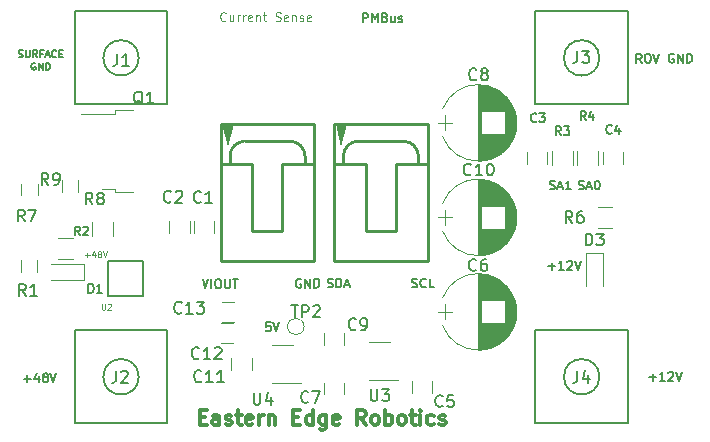
<source format=gto>
G04 #@! TF.GenerationSoftware,KiCad,Pcbnew,(5.0.0)*
G04 #@! TF.CreationDate,2018-11-03T21:11:35-02:30*
G04 #@! TF.ProjectId,DC-DC Board,44432D444320426F6172642E6B696361,rev?*
G04 #@! TF.SameCoordinates,Original*
G04 #@! TF.FileFunction,Legend,Top*
G04 #@! TF.FilePolarity,Positive*
%FSLAX46Y46*%
G04 Gerber Fmt 4.6, Leading zero omitted, Abs format (unit mm)*
G04 Created by KiCad (PCBNEW (5.0.0)) date 11/03/18 21:11:35*
%MOMM*%
%LPD*%
G01*
G04 APERTURE LIST*
%ADD10C,0.187500*%
%ADD11C,0.125000*%
%ADD12C,0.150000*%
%ADD13C,0.300000*%
%ADD14C,0.100000*%
%ADD15C,0.254000*%
%ADD16C,0.120000*%
G04 APERTURE END LIST*
D10*
X116307142Y-47603571D02*
X116414285Y-47639285D01*
X116592857Y-47639285D01*
X116664285Y-47603571D01*
X116700000Y-47567857D01*
X116735714Y-47496428D01*
X116735714Y-47425000D01*
X116700000Y-47353571D01*
X116664285Y-47317857D01*
X116592857Y-47282142D01*
X116450000Y-47246428D01*
X116378571Y-47210714D01*
X116342857Y-47175000D01*
X116307142Y-47103571D01*
X116307142Y-47032142D01*
X116342857Y-46960714D01*
X116378571Y-46925000D01*
X116450000Y-46889285D01*
X116628571Y-46889285D01*
X116735714Y-46925000D01*
X117021428Y-47425000D02*
X117378571Y-47425000D01*
X116950000Y-47639285D02*
X117200000Y-46889285D01*
X117450000Y-47639285D01*
X118092857Y-47639285D02*
X117664285Y-47639285D01*
X117878571Y-47639285D02*
X117878571Y-46889285D01*
X117807142Y-46996428D01*
X117735714Y-47067857D01*
X117664285Y-47103571D01*
X118757142Y-47603571D02*
X118864285Y-47639285D01*
X119042857Y-47639285D01*
X119114285Y-47603571D01*
X119150000Y-47567857D01*
X119185714Y-47496428D01*
X119185714Y-47425000D01*
X119150000Y-47353571D01*
X119114285Y-47317857D01*
X119042857Y-47282142D01*
X118900000Y-47246428D01*
X118828571Y-47210714D01*
X118792857Y-47175000D01*
X118757142Y-47103571D01*
X118757142Y-47032142D01*
X118792857Y-46960714D01*
X118828571Y-46925000D01*
X118900000Y-46889285D01*
X119078571Y-46889285D01*
X119185714Y-46925000D01*
X119471428Y-47425000D02*
X119828571Y-47425000D01*
X119400000Y-47639285D02*
X119650000Y-46889285D01*
X119900000Y-47639285D01*
X120292857Y-46889285D02*
X120364285Y-46889285D01*
X120435714Y-46925000D01*
X120471428Y-46960714D01*
X120507142Y-47032142D01*
X120542857Y-47175000D01*
X120542857Y-47353571D01*
X120507142Y-47496428D01*
X120471428Y-47567857D01*
X120435714Y-47603571D01*
X120364285Y-47639285D01*
X120292857Y-47639285D01*
X120221428Y-47603571D01*
X120185714Y-47567857D01*
X120150000Y-47496428D01*
X120114285Y-47353571D01*
X120114285Y-47175000D01*
X120150000Y-47032142D01*
X120185714Y-46960714D01*
X120221428Y-46925000D01*
X120292857Y-46889285D01*
X95228571Y-55250000D02*
X95157142Y-55214285D01*
X95050000Y-55214285D01*
X94942857Y-55250000D01*
X94871428Y-55321428D01*
X94835714Y-55392857D01*
X94800000Y-55535714D01*
X94800000Y-55642857D01*
X94835714Y-55785714D01*
X94871428Y-55857142D01*
X94942857Y-55928571D01*
X95050000Y-55964285D01*
X95121428Y-55964285D01*
X95228571Y-55928571D01*
X95264285Y-55892857D01*
X95264285Y-55642857D01*
X95121428Y-55642857D01*
X95585714Y-55964285D02*
X95585714Y-55214285D01*
X96014285Y-55964285D01*
X96014285Y-55214285D01*
X96371428Y-55964285D02*
X96371428Y-55214285D01*
X96550000Y-55214285D01*
X96657142Y-55250000D01*
X96728571Y-55321428D01*
X96764285Y-55392857D01*
X96800000Y-55535714D01*
X96800000Y-55642857D01*
X96764285Y-55785714D01*
X96728571Y-55857142D01*
X96657142Y-55928571D01*
X96550000Y-55964285D01*
X96371428Y-55964285D01*
X100482142Y-33464285D02*
X100482142Y-32714285D01*
X100767857Y-32714285D01*
X100839285Y-32750000D01*
X100875000Y-32785714D01*
X100910714Y-32857142D01*
X100910714Y-32964285D01*
X100875000Y-33035714D01*
X100839285Y-33071428D01*
X100767857Y-33107142D01*
X100482142Y-33107142D01*
X101232142Y-33464285D02*
X101232142Y-32714285D01*
X101482142Y-33250000D01*
X101732142Y-32714285D01*
X101732142Y-33464285D01*
X102339285Y-33071428D02*
X102446428Y-33107142D01*
X102482142Y-33142857D01*
X102517857Y-33214285D01*
X102517857Y-33321428D01*
X102482142Y-33392857D01*
X102446428Y-33428571D01*
X102375000Y-33464285D01*
X102089285Y-33464285D01*
X102089285Y-32714285D01*
X102339285Y-32714285D01*
X102410714Y-32750000D01*
X102446428Y-32785714D01*
X102482142Y-32857142D01*
X102482142Y-32928571D01*
X102446428Y-33000000D01*
X102410714Y-33035714D01*
X102339285Y-33071428D01*
X102089285Y-33071428D01*
X103160714Y-32964285D02*
X103160714Y-33464285D01*
X102839285Y-32964285D02*
X102839285Y-33357142D01*
X102875000Y-33428571D01*
X102946428Y-33464285D01*
X103053571Y-33464285D01*
X103125000Y-33428571D01*
X103160714Y-33392857D01*
X103482142Y-33428571D02*
X103553571Y-33464285D01*
X103696428Y-33464285D01*
X103767857Y-33428571D01*
X103803571Y-33357142D01*
X103803571Y-33321428D01*
X103767857Y-33250000D01*
X103696428Y-33214285D01*
X103589285Y-33214285D01*
X103517857Y-33178571D01*
X103482142Y-33107142D01*
X103482142Y-33071428D01*
X103517857Y-33000000D01*
X103589285Y-32964285D01*
X103696428Y-32964285D01*
X103767857Y-33000000D01*
D11*
X88875000Y-33307857D02*
X88839285Y-33343571D01*
X88732142Y-33379285D01*
X88660714Y-33379285D01*
X88553571Y-33343571D01*
X88482142Y-33272142D01*
X88446428Y-33200714D01*
X88410714Y-33057857D01*
X88410714Y-32950714D01*
X88446428Y-32807857D01*
X88482142Y-32736428D01*
X88553571Y-32665000D01*
X88660714Y-32629285D01*
X88732142Y-32629285D01*
X88839285Y-32665000D01*
X88875000Y-32700714D01*
X89517857Y-32879285D02*
X89517857Y-33379285D01*
X89196428Y-32879285D02*
X89196428Y-33272142D01*
X89232142Y-33343571D01*
X89303571Y-33379285D01*
X89410714Y-33379285D01*
X89482142Y-33343571D01*
X89517857Y-33307857D01*
X89875000Y-33379285D02*
X89875000Y-32879285D01*
X89875000Y-33022142D02*
X89910714Y-32950714D01*
X89946428Y-32915000D01*
X90017857Y-32879285D01*
X90089285Y-32879285D01*
X90339285Y-33379285D02*
X90339285Y-32879285D01*
X90339285Y-33022142D02*
X90375000Y-32950714D01*
X90410714Y-32915000D01*
X90482142Y-32879285D01*
X90553571Y-32879285D01*
X91089285Y-33343571D02*
X91017857Y-33379285D01*
X90875000Y-33379285D01*
X90803571Y-33343571D01*
X90767857Y-33272142D01*
X90767857Y-32986428D01*
X90803571Y-32915000D01*
X90875000Y-32879285D01*
X91017857Y-32879285D01*
X91089285Y-32915000D01*
X91125000Y-32986428D01*
X91125000Y-33057857D01*
X90767857Y-33129285D01*
X91446428Y-32879285D02*
X91446428Y-33379285D01*
X91446428Y-32950714D02*
X91482142Y-32915000D01*
X91553571Y-32879285D01*
X91660714Y-32879285D01*
X91732142Y-32915000D01*
X91767857Y-32986428D01*
X91767857Y-33379285D01*
X92017857Y-32879285D02*
X92303571Y-32879285D01*
X92125000Y-32629285D02*
X92125000Y-33272142D01*
X92160714Y-33343571D01*
X92232142Y-33379285D01*
X92303571Y-33379285D01*
X93089285Y-33343571D02*
X93196428Y-33379285D01*
X93375000Y-33379285D01*
X93446428Y-33343571D01*
X93482142Y-33307857D01*
X93517857Y-33236428D01*
X93517857Y-33165000D01*
X93482142Y-33093571D01*
X93446428Y-33057857D01*
X93375000Y-33022142D01*
X93232142Y-32986428D01*
X93160714Y-32950714D01*
X93125000Y-32915000D01*
X93089285Y-32843571D01*
X93089285Y-32772142D01*
X93125000Y-32700714D01*
X93160714Y-32665000D01*
X93232142Y-32629285D01*
X93410714Y-32629285D01*
X93517857Y-32665000D01*
X94125000Y-33343571D02*
X94053571Y-33379285D01*
X93910714Y-33379285D01*
X93839285Y-33343571D01*
X93803571Y-33272142D01*
X93803571Y-32986428D01*
X93839285Y-32915000D01*
X93910714Y-32879285D01*
X94053571Y-32879285D01*
X94125000Y-32915000D01*
X94160714Y-32986428D01*
X94160714Y-33057857D01*
X93803571Y-33129285D01*
X94482142Y-32879285D02*
X94482142Y-33379285D01*
X94482142Y-32950714D02*
X94517857Y-32915000D01*
X94589285Y-32879285D01*
X94696428Y-32879285D01*
X94767857Y-32915000D01*
X94803571Y-32986428D01*
X94803571Y-33379285D01*
X95125000Y-33343571D02*
X95196428Y-33379285D01*
X95339285Y-33379285D01*
X95410714Y-33343571D01*
X95446428Y-33272142D01*
X95446428Y-33236428D01*
X95410714Y-33165000D01*
X95339285Y-33129285D01*
X95232142Y-33129285D01*
X95160714Y-33093571D01*
X95125000Y-33022142D01*
X95125000Y-32986428D01*
X95160714Y-32915000D01*
X95232142Y-32879285D01*
X95339285Y-32879285D01*
X95410714Y-32915000D01*
X96053571Y-33343571D02*
X95982142Y-33379285D01*
X95839285Y-33379285D01*
X95767857Y-33343571D01*
X95732142Y-33272142D01*
X95732142Y-32986428D01*
X95767857Y-32915000D01*
X95839285Y-32879285D01*
X95982142Y-32879285D01*
X96053571Y-32915000D01*
X96089285Y-32986428D01*
X96089285Y-33057857D01*
X95732142Y-33129285D01*
D12*
X71328571Y-36417857D02*
X71414285Y-36446428D01*
X71557142Y-36446428D01*
X71614285Y-36417857D01*
X71642857Y-36389285D01*
X71671428Y-36332142D01*
X71671428Y-36275000D01*
X71642857Y-36217857D01*
X71614285Y-36189285D01*
X71557142Y-36160714D01*
X71442857Y-36132142D01*
X71385714Y-36103571D01*
X71357142Y-36075000D01*
X71328571Y-36017857D01*
X71328571Y-35960714D01*
X71357142Y-35903571D01*
X71385714Y-35875000D01*
X71442857Y-35846428D01*
X71585714Y-35846428D01*
X71671428Y-35875000D01*
X71928571Y-35846428D02*
X71928571Y-36332142D01*
X71957142Y-36389285D01*
X71985714Y-36417857D01*
X72042857Y-36446428D01*
X72157142Y-36446428D01*
X72214285Y-36417857D01*
X72242857Y-36389285D01*
X72271428Y-36332142D01*
X72271428Y-35846428D01*
X72900000Y-36446428D02*
X72700000Y-36160714D01*
X72557142Y-36446428D02*
X72557142Y-35846428D01*
X72785714Y-35846428D01*
X72842857Y-35875000D01*
X72871428Y-35903571D01*
X72900000Y-35960714D01*
X72900000Y-36046428D01*
X72871428Y-36103571D01*
X72842857Y-36132142D01*
X72785714Y-36160714D01*
X72557142Y-36160714D01*
X73357142Y-36132142D02*
X73157142Y-36132142D01*
X73157142Y-36446428D02*
X73157142Y-35846428D01*
X73442857Y-35846428D01*
X73642857Y-36275000D02*
X73928571Y-36275000D01*
X73585714Y-36446428D02*
X73785714Y-35846428D01*
X73985714Y-36446428D01*
X74528571Y-36389285D02*
X74500000Y-36417857D01*
X74414285Y-36446428D01*
X74357142Y-36446428D01*
X74271428Y-36417857D01*
X74214285Y-36360714D01*
X74185714Y-36303571D01*
X74157142Y-36189285D01*
X74157142Y-36103571D01*
X74185714Y-35989285D01*
X74214285Y-35932142D01*
X74271428Y-35875000D01*
X74357142Y-35846428D01*
X74414285Y-35846428D01*
X74500000Y-35875000D01*
X74528571Y-35903571D01*
X74785714Y-36132142D02*
X74985714Y-36132142D01*
X75071428Y-36446428D02*
X74785714Y-36446428D01*
X74785714Y-35846428D01*
X75071428Y-35846428D01*
X72742857Y-36925000D02*
X72685714Y-36896428D01*
X72600000Y-36896428D01*
X72514285Y-36925000D01*
X72457142Y-36982142D01*
X72428571Y-37039285D01*
X72400000Y-37153571D01*
X72400000Y-37239285D01*
X72428571Y-37353571D01*
X72457142Y-37410714D01*
X72514285Y-37467857D01*
X72600000Y-37496428D01*
X72657142Y-37496428D01*
X72742857Y-37467857D01*
X72771428Y-37439285D01*
X72771428Y-37239285D01*
X72657142Y-37239285D01*
X73028571Y-37496428D02*
X73028571Y-36896428D01*
X73371428Y-37496428D01*
X73371428Y-36896428D01*
X73657142Y-37496428D02*
X73657142Y-36896428D01*
X73800000Y-36896428D01*
X73885714Y-36925000D01*
X73942857Y-36982142D01*
X73971428Y-37039285D01*
X74000000Y-37153571D01*
X74000000Y-37239285D01*
X73971428Y-37353571D01*
X73942857Y-37410714D01*
X73885714Y-37467857D01*
X73800000Y-37496428D01*
X73657142Y-37496428D01*
D10*
X71778571Y-63653571D02*
X72350000Y-63653571D01*
X72064285Y-63939285D02*
X72064285Y-63367857D01*
X73028571Y-63439285D02*
X73028571Y-63939285D01*
X72850000Y-63153571D02*
X72671428Y-63689285D01*
X73135714Y-63689285D01*
X73528571Y-63510714D02*
X73457142Y-63475000D01*
X73421428Y-63439285D01*
X73385714Y-63367857D01*
X73385714Y-63332142D01*
X73421428Y-63260714D01*
X73457142Y-63225000D01*
X73528571Y-63189285D01*
X73671428Y-63189285D01*
X73742857Y-63225000D01*
X73778571Y-63260714D01*
X73814285Y-63332142D01*
X73814285Y-63367857D01*
X73778571Y-63439285D01*
X73742857Y-63475000D01*
X73671428Y-63510714D01*
X73528571Y-63510714D01*
X73457142Y-63546428D01*
X73421428Y-63582142D01*
X73385714Y-63653571D01*
X73385714Y-63796428D01*
X73421428Y-63867857D01*
X73457142Y-63903571D01*
X73528571Y-63939285D01*
X73671428Y-63939285D01*
X73742857Y-63903571D01*
X73778571Y-63867857D01*
X73814285Y-63796428D01*
X73814285Y-63653571D01*
X73778571Y-63582142D01*
X73742857Y-63546428D01*
X73671428Y-63510714D01*
X74028571Y-63189285D02*
X74278571Y-63939285D01*
X74528571Y-63189285D01*
X124738571Y-63553571D02*
X125310000Y-63553571D01*
X125024285Y-63839285D02*
X125024285Y-63267857D01*
X126060000Y-63839285D02*
X125631428Y-63839285D01*
X125845714Y-63839285D02*
X125845714Y-63089285D01*
X125774285Y-63196428D01*
X125702857Y-63267857D01*
X125631428Y-63303571D01*
X126345714Y-63160714D02*
X126381428Y-63125000D01*
X126452857Y-63089285D01*
X126631428Y-63089285D01*
X126702857Y-63125000D01*
X126738571Y-63160714D01*
X126774285Y-63232142D01*
X126774285Y-63303571D01*
X126738571Y-63410714D01*
X126310000Y-63839285D01*
X126774285Y-63839285D01*
X126988571Y-63089285D02*
X127238571Y-63839285D01*
X127488571Y-63089285D01*
X124073285Y-36915285D02*
X123823285Y-36558142D01*
X123644714Y-36915285D02*
X123644714Y-36165285D01*
X123930428Y-36165285D01*
X124001857Y-36201000D01*
X124037571Y-36236714D01*
X124073285Y-36308142D01*
X124073285Y-36415285D01*
X124037571Y-36486714D01*
X124001857Y-36522428D01*
X123930428Y-36558142D01*
X123644714Y-36558142D01*
X124537571Y-36165285D02*
X124680428Y-36165285D01*
X124751857Y-36201000D01*
X124823285Y-36272428D01*
X124859000Y-36415285D01*
X124859000Y-36665285D01*
X124823285Y-36808142D01*
X124751857Y-36879571D01*
X124680428Y-36915285D01*
X124537571Y-36915285D01*
X124466142Y-36879571D01*
X124394714Y-36808142D01*
X124359000Y-36665285D01*
X124359000Y-36415285D01*
X124394714Y-36272428D01*
X124466142Y-36201000D01*
X124537571Y-36165285D01*
X125073285Y-36165285D02*
X125323285Y-36915285D01*
X125573285Y-36165285D01*
X126787571Y-36201000D02*
X126716142Y-36165285D01*
X126609000Y-36165285D01*
X126501857Y-36201000D01*
X126430428Y-36272428D01*
X126394714Y-36343857D01*
X126359000Y-36486714D01*
X126359000Y-36593857D01*
X126394714Y-36736714D01*
X126430428Y-36808142D01*
X126501857Y-36879571D01*
X126609000Y-36915285D01*
X126680428Y-36915285D01*
X126787571Y-36879571D01*
X126823285Y-36843857D01*
X126823285Y-36593857D01*
X126680428Y-36593857D01*
X127144714Y-36915285D02*
X127144714Y-36165285D01*
X127573285Y-36915285D01*
X127573285Y-36165285D01*
X127930428Y-36915285D02*
X127930428Y-36165285D01*
X128109000Y-36165285D01*
X128216142Y-36201000D01*
X128287571Y-36272428D01*
X128323285Y-36343857D01*
X128359000Y-36486714D01*
X128359000Y-36593857D01*
X128323285Y-36736714D01*
X128287571Y-36808142D01*
X128216142Y-36879571D01*
X128109000Y-36915285D01*
X127930428Y-36915285D01*
X92657142Y-58889285D02*
X92300000Y-58889285D01*
X92264285Y-59246428D01*
X92300000Y-59210714D01*
X92371428Y-59175000D01*
X92550000Y-59175000D01*
X92621428Y-59210714D01*
X92657142Y-59246428D01*
X92692857Y-59317857D01*
X92692857Y-59496428D01*
X92657142Y-59567857D01*
X92621428Y-59603571D01*
X92550000Y-59639285D01*
X92371428Y-59639285D01*
X92300000Y-59603571D01*
X92264285Y-59567857D01*
X92907142Y-58889285D02*
X93157142Y-59639285D01*
X93407142Y-58889285D01*
X86900000Y-55239285D02*
X87150000Y-55989285D01*
X87400000Y-55239285D01*
X87650000Y-55989285D02*
X87650000Y-55239285D01*
X88150000Y-55239285D02*
X88292857Y-55239285D01*
X88364285Y-55275000D01*
X88435714Y-55346428D01*
X88471428Y-55489285D01*
X88471428Y-55739285D01*
X88435714Y-55882142D01*
X88364285Y-55953571D01*
X88292857Y-55989285D01*
X88150000Y-55989285D01*
X88078571Y-55953571D01*
X88007142Y-55882142D01*
X87971428Y-55739285D01*
X87971428Y-55489285D01*
X88007142Y-55346428D01*
X88078571Y-55275000D01*
X88150000Y-55239285D01*
X88792857Y-55239285D02*
X88792857Y-55846428D01*
X88828571Y-55917857D01*
X88864285Y-55953571D01*
X88935714Y-55989285D01*
X89078571Y-55989285D01*
X89150000Y-55953571D01*
X89185714Y-55917857D01*
X89221428Y-55846428D01*
X89221428Y-55239285D01*
X89471428Y-55239285D02*
X89900000Y-55239285D01*
X89685714Y-55989285D02*
X89685714Y-55239285D01*
X104632142Y-55903571D02*
X104739285Y-55939285D01*
X104917857Y-55939285D01*
X104989285Y-55903571D01*
X105025000Y-55867857D01*
X105060714Y-55796428D01*
X105060714Y-55725000D01*
X105025000Y-55653571D01*
X104989285Y-55617857D01*
X104917857Y-55582142D01*
X104775000Y-55546428D01*
X104703571Y-55510714D01*
X104667857Y-55475000D01*
X104632142Y-55403571D01*
X104632142Y-55332142D01*
X104667857Y-55260714D01*
X104703571Y-55225000D01*
X104775000Y-55189285D01*
X104953571Y-55189285D01*
X105060714Y-55225000D01*
X105810714Y-55867857D02*
X105775000Y-55903571D01*
X105667857Y-55939285D01*
X105596428Y-55939285D01*
X105489285Y-55903571D01*
X105417857Y-55832142D01*
X105382142Y-55760714D01*
X105346428Y-55617857D01*
X105346428Y-55510714D01*
X105382142Y-55367857D01*
X105417857Y-55296428D01*
X105489285Y-55225000D01*
X105596428Y-55189285D01*
X105667857Y-55189285D01*
X105775000Y-55225000D01*
X105810714Y-55260714D01*
X106489285Y-55939285D02*
X106132142Y-55939285D01*
X106132142Y-55189285D01*
X97489285Y-55903571D02*
X97596428Y-55939285D01*
X97775000Y-55939285D01*
X97846428Y-55903571D01*
X97882142Y-55867857D01*
X97917857Y-55796428D01*
X97917857Y-55725000D01*
X97882142Y-55653571D01*
X97846428Y-55617857D01*
X97775000Y-55582142D01*
X97632142Y-55546428D01*
X97560714Y-55510714D01*
X97525000Y-55475000D01*
X97489285Y-55403571D01*
X97489285Y-55332142D01*
X97525000Y-55260714D01*
X97560714Y-55225000D01*
X97632142Y-55189285D01*
X97810714Y-55189285D01*
X97917857Y-55225000D01*
X98239285Y-55939285D02*
X98239285Y-55189285D01*
X98417857Y-55189285D01*
X98525000Y-55225000D01*
X98596428Y-55296428D01*
X98632142Y-55367857D01*
X98667857Y-55510714D01*
X98667857Y-55617857D01*
X98632142Y-55760714D01*
X98596428Y-55832142D01*
X98525000Y-55903571D01*
X98417857Y-55939285D01*
X98239285Y-55939285D01*
X98953571Y-55725000D02*
X99310714Y-55725000D01*
X98882142Y-55939285D02*
X99132142Y-55189285D01*
X99382142Y-55939285D01*
D13*
X86663095Y-66910714D02*
X87079761Y-66910714D01*
X87258333Y-67565476D02*
X86663095Y-67565476D01*
X86663095Y-66315476D01*
X87258333Y-66315476D01*
X88329761Y-67565476D02*
X88329761Y-66910714D01*
X88270238Y-66791666D01*
X88151190Y-66732142D01*
X87913095Y-66732142D01*
X87794047Y-66791666D01*
X88329761Y-67505952D02*
X88210714Y-67565476D01*
X87913095Y-67565476D01*
X87794047Y-67505952D01*
X87734523Y-67386904D01*
X87734523Y-67267857D01*
X87794047Y-67148809D01*
X87913095Y-67089285D01*
X88210714Y-67089285D01*
X88329761Y-67029761D01*
X88865476Y-67505952D02*
X88984523Y-67565476D01*
X89222619Y-67565476D01*
X89341666Y-67505952D01*
X89401190Y-67386904D01*
X89401190Y-67327380D01*
X89341666Y-67208333D01*
X89222619Y-67148809D01*
X89044047Y-67148809D01*
X88925000Y-67089285D01*
X88865476Y-66970238D01*
X88865476Y-66910714D01*
X88925000Y-66791666D01*
X89044047Y-66732142D01*
X89222619Y-66732142D01*
X89341666Y-66791666D01*
X89758333Y-66732142D02*
X90234523Y-66732142D01*
X89936904Y-66315476D02*
X89936904Y-67386904D01*
X89996428Y-67505952D01*
X90115476Y-67565476D01*
X90234523Y-67565476D01*
X91127380Y-67505952D02*
X91008333Y-67565476D01*
X90770238Y-67565476D01*
X90651190Y-67505952D01*
X90591666Y-67386904D01*
X90591666Y-66910714D01*
X90651190Y-66791666D01*
X90770238Y-66732142D01*
X91008333Y-66732142D01*
X91127380Y-66791666D01*
X91186904Y-66910714D01*
X91186904Y-67029761D01*
X90591666Y-67148809D01*
X91722619Y-67565476D02*
X91722619Y-66732142D01*
X91722619Y-66970238D02*
X91782142Y-66851190D01*
X91841666Y-66791666D01*
X91960714Y-66732142D01*
X92079761Y-66732142D01*
X92496428Y-66732142D02*
X92496428Y-67565476D01*
X92496428Y-66851190D02*
X92555952Y-66791666D01*
X92675000Y-66732142D01*
X92853571Y-66732142D01*
X92972619Y-66791666D01*
X93032142Y-66910714D01*
X93032142Y-67565476D01*
X94579761Y-66910714D02*
X94996428Y-66910714D01*
X95175000Y-67565476D02*
X94579761Y-67565476D01*
X94579761Y-66315476D01*
X95175000Y-66315476D01*
X96246428Y-67565476D02*
X96246428Y-66315476D01*
X96246428Y-67505952D02*
X96127380Y-67565476D01*
X95889285Y-67565476D01*
X95770238Y-67505952D01*
X95710714Y-67446428D01*
X95651190Y-67327380D01*
X95651190Y-66970238D01*
X95710714Y-66851190D01*
X95770238Y-66791666D01*
X95889285Y-66732142D01*
X96127380Y-66732142D01*
X96246428Y-66791666D01*
X97377380Y-66732142D02*
X97377380Y-67744047D01*
X97317857Y-67863095D01*
X97258333Y-67922619D01*
X97139285Y-67982142D01*
X96960714Y-67982142D01*
X96841666Y-67922619D01*
X97377380Y-67505952D02*
X97258333Y-67565476D01*
X97020238Y-67565476D01*
X96901190Y-67505952D01*
X96841666Y-67446428D01*
X96782142Y-67327380D01*
X96782142Y-66970238D01*
X96841666Y-66851190D01*
X96901190Y-66791666D01*
X97020238Y-66732142D01*
X97258333Y-66732142D01*
X97377380Y-66791666D01*
X98448809Y-67505952D02*
X98329761Y-67565476D01*
X98091666Y-67565476D01*
X97972619Y-67505952D01*
X97913095Y-67386904D01*
X97913095Y-66910714D01*
X97972619Y-66791666D01*
X98091666Y-66732142D01*
X98329761Y-66732142D01*
X98448809Y-66791666D01*
X98508333Y-66910714D01*
X98508333Y-67029761D01*
X97913095Y-67148809D01*
X100710714Y-67565476D02*
X100294047Y-66970238D01*
X99996428Y-67565476D02*
X99996428Y-66315476D01*
X100472619Y-66315476D01*
X100591666Y-66375000D01*
X100651190Y-66434523D01*
X100710714Y-66553571D01*
X100710714Y-66732142D01*
X100651190Y-66851190D01*
X100591666Y-66910714D01*
X100472619Y-66970238D01*
X99996428Y-66970238D01*
X101425000Y-67565476D02*
X101305952Y-67505952D01*
X101246428Y-67446428D01*
X101186904Y-67327380D01*
X101186904Y-66970238D01*
X101246428Y-66851190D01*
X101305952Y-66791666D01*
X101425000Y-66732142D01*
X101603571Y-66732142D01*
X101722619Y-66791666D01*
X101782142Y-66851190D01*
X101841666Y-66970238D01*
X101841666Y-67327380D01*
X101782142Y-67446428D01*
X101722619Y-67505952D01*
X101603571Y-67565476D01*
X101425000Y-67565476D01*
X102377380Y-67565476D02*
X102377380Y-66315476D01*
X102377380Y-66791666D02*
X102496428Y-66732142D01*
X102734523Y-66732142D01*
X102853571Y-66791666D01*
X102913095Y-66851190D01*
X102972619Y-66970238D01*
X102972619Y-67327380D01*
X102913095Y-67446428D01*
X102853571Y-67505952D01*
X102734523Y-67565476D01*
X102496428Y-67565476D01*
X102377380Y-67505952D01*
X103686904Y-67565476D02*
X103567857Y-67505952D01*
X103508333Y-67446428D01*
X103448809Y-67327380D01*
X103448809Y-66970238D01*
X103508333Y-66851190D01*
X103567857Y-66791666D01*
X103686904Y-66732142D01*
X103865476Y-66732142D01*
X103984523Y-66791666D01*
X104044047Y-66851190D01*
X104103571Y-66970238D01*
X104103571Y-67327380D01*
X104044047Y-67446428D01*
X103984523Y-67505952D01*
X103865476Y-67565476D01*
X103686904Y-67565476D01*
X104460714Y-66732142D02*
X104936904Y-66732142D01*
X104639285Y-66315476D02*
X104639285Y-67386904D01*
X104698809Y-67505952D01*
X104817857Y-67565476D01*
X104936904Y-67565476D01*
X105353571Y-67565476D02*
X105353571Y-66732142D01*
X105353571Y-66315476D02*
X105294047Y-66375000D01*
X105353571Y-66434523D01*
X105413095Y-66375000D01*
X105353571Y-66315476D01*
X105353571Y-66434523D01*
X106484523Y-67505952D02*
X106365476Y-67565476D01*
X106127380Y-67565476D01*
X106008333Y-67505952D01*
X105948809Y-67446428D01*
X105889285Y-67327380D01*
X105889285Y-66970238D01*
X105948809Y-66851190D01*
X106008333Y-66791666D01*
X106127380Y-66732142D01*
X106365476Y-66732142D01*
X106484523Y-66791666D01*
X106960714Y-67505952D02*
X107079761Y-67565476D01*
X107317857Y-67565476D01*
X107436904Y-67505952D01*
X107496428Y-67386904D01*
X107496428Y-67327380D01*
X107436904Y-67208333D01*
X107317857Y-67148809D01*
X107139285Y-67148809D01*
X107020238Y-67089285D01*
X106960714Y-66970238D01*
X106960714Y-66910714D01*
X107020238Y-66791666D01*
X107139285Y-66732142D01*
X107317857Y-66732142D01*
X107436904Y-66791666D01*
D11*
X76969047Y-53185714D02*
X77350000Y-53185714D01*
X77159523Y-53376190D02*
X77159523Y-52995238D01*
X77802380Y-53042857D02*
X77802380Y-53376190D01*
X77683333Y-52852380D02*
X77564285Y-53209523D01*
X77873809Y-53209523D01*
X78135714Y-53090476D02*
X78088095Y-53066666D01*
X78064285Y-53042857D01*
X78040476Y-52995238D01*
X78040476Y-52971428D01*
X78064285Y-52923809D01*
X78088095Y-52900000D01*
X78135714Y-52876190D01*
X78230952Y-52876190D01*
X78278571Y-52900000D01*
X78302380Y-52923809D01*
X78326190Y-52971428D01*
X78326190Y-52995238D01*
X78302380Y-53042857D01*
X78278571Y-53066666D01*
X78230952Y-53090476D01*
X78135714Y-53090476D01*
X78088095Y-53114285D01*
X78064285Y-53138095D01*
X78040476Y-53185714D01*
X78040476Y-53280952D01*
X78064285Y-53328571D01*
X78088095Y-53352380D01*
X78135714Y-53376190D01*
X78230952Y-53376190D01*
X78278571Y-53352380D01*
X78302380Y-53328571D01*
X78326190Y-53280952D01*
X78326190Y-53185714D01*
X78302380Y-53138095D01*
X78278571Y-53114285D01*
X78230952Y-53090476D01*
X78469047Y-52876190D02*
X78635714Y-53376190D01*
X78802380Y-52876190D01*
D12*
X116168571Y-54143571D02*
X116740000Y-54143571D01*
X116454285Y-54429285D02*
X116454285Y-53857857D01*
X117490000Y-54429285D02*
X117061428Y-54429285D01*
X117275714Y-54429285D02*
X117275714Y-53679285D01*
X117204285Y-53786428D01*
X117132857Y-53857857D01*
X117061428Y-53893571D01*
X117775714Y-53750714D02*
X117811428Y-53715000D01*
X117882857Y-53679285D01*
X118061428Y-53679285D01*
X118132857Y-53715000D01*
X118168571Y-53750714D01*
X118204285Y-53822142D01*
X118204285Y-53893571D01*
X118168571Y-54000714D01*
X117740000Y-54429285D01*
X118204285Y-54429285D01*
X118418571Y-53679285D02*
X118668571Y-54429285D01*
X118918571Y-53679285D01*
D14*
G04 #@! TO.C,J6*
G36*
X88590000Y-42126200D02*
X89066200Y-44031100D01*
X89542500Y-42126200D01*
X88590000Y-42126200D01*
G37*
D15*
X96368800Y-53715000D02*
X96368800Y-45460000D01*
X88431200Y-53715000D02*
X96368800Y-53715000D01*
X88431200Y-45460000D02*
X88431200Y-53715000D01*
X95575000Y-44825000D02*
X95575000Y-45460000D01*
X95575000Y-44825000D02*
G75*
G03X94305000Y-43555000I-1270000J0D01*
G01*
X90495000Y-43555000D02*
X94305000Y-43555000D01*
X90495000Y-43555000D02*
G75*
G03X89225000Y-44825000I0J-1270000D01*
G01*
X89225000Y-45460000D02*
X89225000Y-44825000D01*
X96368800Y-45460000D02*
X96368800Y-42126200D01*
X95575000Y-45460000D02*
X96368800Y-45460000D01*
X93670000Y-45460000D02*
X95575000Y-45460000D01*
X89225000Y-45460000D02*
X91130000Y-45460000D01*
X88431200Y-45460000D02*
X89225000Y-45460000D01*
X88431200Y-42126200D02*
X88431200Y-45460000D01*
X93670000Y-51175000D02*
X93670000Y-45460000D01*
X91130000Y-51175000D02*
X93670000Y-51175000D01*
X91130000Y-45460000D02*
X91130000Y-51175000D01*
X96368800Y-42126200D02*
X88431200Y-42126200D01*
D16*
G04 #@! TO.C,C4*
X120800000Y-44500000D02*
X120800000Y-45500000D01*
X122500000Y-45500000D02*
X122500000Y-44500000D01*
D12*
G04 #@! TO.C,U2*
X81900000Y-56700000D02*
X78900000Y-56700000D01*
X81900000Y-53700000D02*
X81900000Y-56700000D01*
X78900000Y-53700000D02*
X81900000Y-53700000D01*
X78900000Y-56700000D02*
X78900000Y-53700000D01*
G04 #@! TO.C,J1*
X81500000Y-36500000D02*
G75*
G03X81500000Y-36500000I-1500000J0D01*
G01*
X83935000Y-40435000D02*
X76065000Y-40435000D01*
X83935000Y-32565000D02*
X83935000Y-40435000D01*
X76065000Y-32565000D02*
X83935000Y-32565000D01*
X76065000Y-40435000D02*
X76065000Y-32565000D01*
G04 #@! TO.C,J2*
X81500000Y-63500000D02*
G75*
G03X81500000Y-63500000I-1500000J0D01*
G01*
X83935000Y-67435000D02*
X76065000Y-67435000D01*
X83935000Y-59565000D02*
X83935000Y-67435000D01*
X76065000Y-59565000D02*
X83935000Y-59565000D01*
X76065000Y-67435000D02*
X76065000Y-59565000D01*
G04 #@! TO.C,J3*
X120500000Y-36500000D02*
G75*
G03X120500000Y-36500000I-1500000J0D01*
G01*
X122935000Y-40435000D02*
X115065000Y-40435000D01*
X122935000Y-32565000D02*
X122935000Y-40435000D01*
X115065000Y-32565000D02*
X122935000Y-32565000D01*
X115065000Y-40435000D02*
X115065000Y-32565000D01*
G04 #@! TO.C,J4*
X120500000Y-63500000D02*
G75*
G03X120500000Y-63500000I-1500000J0D01*
G01*
X122935000Y-67435000D02*
X115065000Y-67435000D01*
X122935000Y-59565000D02*
X122935000Y-67435000D01*
X115065000Y-59565000D02*
X122935000Y-59565000D01*
X115065000Y-67435000D02*
X115065000Y-59565000D01*
D16*
G04 #@! TO.C,C1*
X87850000Y-51300000D02*
X87850000Y-50300000D01*
X86150000Y-50300000D02*
X86150000Y-51300000D01*
G04 #@! TO.C,C2*
X85800000Y-51300000D02*
X85800000Y-50300000D01*
X84100000Y-50300000D02*
X84100000Y-51300000D01*
G04 #@! TO.C,C3*
X114400000Y-44500000D02*
X114400000Y-45500000D01*
X116100000Y-45500000D02*
X116100000Y-44500000D01*
G04 #@! TO.C,C5*
X106350000Y-64850000D02*
X106350000Y-63850000D01*
X104650000Y-63850000D02*
X104650000Y-64850000D01*
G04 #@! TO.C,C6*
X113267820Y-56820864D02*
G75*
G03X107232518Y-56820000I-3017820J-1179136D01*
G01*
X113267820Y-59179136D02*
G75*
G02X107232518Y-59180000I-3017820J1179136D01*
G01*
X113267820Y-59179136D02*
G75*
G03X113267482Y-56820000I-3017820J1179136D01*
G01*
X110250000Y-54800000D02*
X110250000Y-61200000D01*
X110290000Y-54800000D02*
X110290000Y-61200000D01*
X110330000Y-54800000D02*
X110330000Y-61200000D01*
X110370000Y-54802000D02*
X110370000Y-61198000D01*
X110410000Y-54803000D02*
X110410000Y-61197000D01*
X110450000Y-54806000D02*
X110450000Y-61194000D01*
X110490000Y-54808000D02*
X110490000Y-61192000D01*
X110530000Y-54812000D02*
X110530000Y-57020000D01*
X110530000Y-58980000D02*
X110530000Y-61188000D01*
X110570000Y-54815000D02*
X110570000Y-57020000D01*
X110570000Y-58980000D02*
X110570000Y-61185000D01*
X110610000Y-54820000D02*
X110610000Y-57020000D01*
X110610000Y-58980000D02*
X110610000Y-61180000D01*
X110650000Y-54824000D02*
X110650000Y-57020000D01*
X110650000Y-58980000D02*
X110650000Y-61176000D01*
X110690000Y-54830000D02*
X110690000Y-57020000D01*
X110690000Y-58980000D02*
X110690000Y-61170000D01*
X110730000Y-54835000D02*
X110730000Y-57020000D01*
X110730000Y-58980000D02*
X110730000Y-61165000D01*
X110770000Y-54842000D02*
X110770000Y-57020000D01*
X110770000Y-58980000D02*
X110770000Y-61158000D01*
X110810000Y-54848000D02*
X110810000Y-57020000D01*
X110810000Y-58980000D02*
X110810000Y-61152000D01*
X110850000Y-54856000D02*
X110850000Y-57020000D01*
X110850000Y-58980000D02*
X110850000Y-61144000D01*
X110890000Y-54863000D02*
X110890000Y-57020000D01*
X110890000Y-58980000D02*
X110890000Y-61137000D01*
X110930000Y-54872000D02*
X110930000Y-57020000D01*
X110930000Y-58980000D02*
X110930000Y-61128000D01*
X110971000Y-54881000D02*
X110971000Y-57020000D01*
X110971000Y-58980000D02*
X110971000Y-61119000D01*
X111011000Y-54890000D02*
X111011000Y-57020000D01*
X111011000Y-58980000D02*
X111011000Y-61110000D01*
X111051000Y-54900000D02*
X111051000Y-57020000D01*
X111051000Y-58980000D02*
X111051000Y-61100000D01*
X111091000Y-54910000D02*
X111091000Y-57020000D01*
X111091000Y-58980000D02*
X111091000Y-61090000D01*
X111131000Y-54921000D02*
X111131000Y-57020000D01*
X111131000Y-58980000D02*
X111131000Y-61079000D01*
X111171000Y-54933000D02*
X111171000Y-57020000D01*
X111171000Y-58980000D02*
X111171000Y-61067000D01*
X111211000Y-54945000D02*
X111211000Y-57020000D01*
X111211000Y-58980000D02*
X111211000Y-61055000D01*
X111251000Y-54958000D02*
X111251000Y-57020000D01*
X111251000Y-58980000D02*
X111251000Y-61042000D01*
X111291000Y-54971000D02*
X111291000Y-57020000D01*
X111291000Y-58980000D02*
X111291000Y-61029000D01*
X111331000Y-54985000D02*
X111331000Y-57020000D01*
X111331000Y-58980000D02*
X111331000Y-61015000D01*
X111371000Y-54999000D02*
X111371000Y-57020000D01*
X111371000Y-58980000D02*
X111371000Y-61001000D01*
X111411000Y-55014000D02*
X111411000Y-57020000D01*
X111411000Y-58980000D02*
X111411000Y-60986000D01*
X111451000Y-55030000D02*
X111451000Y-57020000D01*
X111451000Y-58980000D02*
X111451000Y-60970000D01*
X111491000Y-55046000D02*
X111491000Y-57020000D01*
X111491000Y-58980000D02*
X111491000Y-60954000D01*
X111531000Y-55063000D02*
X111531000Y-57020000D01*
X111531000Y-58980000D02*
X111531000Y-60937000D01*
X111571000Y-55081000D02*
X111571000Y-57020000D01*
X111571000Y-58980000D02*
X111571000Y-60919000D01*
X111611000Y-55099000D02*
X111611000Y-57020000D01*
X111611000Y-58980000D02*
X111611000Y-60901000D01*
X111651000Y-55118000D02*
X111651000Y-57020000D01*
X111651000Y-58980000D02*
X111651000Y-60882000D01*
X111691000Y-55137000D02*
X111691000Y-57020000D01*
X111691000Y-58980000D02*
X111691000Y-60863000D01*
X111731000Y-55157000D02*
X111731000Y-57020000D01*
X111731000Y-58980000D02*
X111731000Y-60843000D01*
X111771000Y-55178000D02*
X111771000Y-57020000D01*
X111771000Y-58980000D02*
X111771000Y-60822000D01*
X111811000Y-55200000D02*
X111811000Y-57020000D01*
X111811000Y-58980000D02*
X111811000Y-60800000D01*
X111851000Y-55222000D02*
X111851000Y-57020000D01*
X111851000Y-58980000D02*
X111851000Y-60778000D01*
X111891000Y-55245000D02*
X111891000Y-57020000D01*
X111891000Y-58980000D02*
X111891000Y-60755000D01*
X111931000Y-55269000D02*
X111931000Y-57020000D01*
X111931000Y-58980000D02*
X111931000Y-60731000D01*
X111971000Y-55294000D02*
X111971000Y-57020000D01*
X111971000Y-58980000D02*
X111971000Y-60706000D01*
X112011000Y-55319000D02*
X112011000Y-57020000D01*
X112011000Y-58980000D02*
X112011000Y-60681000D01*
X112051000Y-55346000D02*
X112051000Y-57020000D01*
X112051000Y-58980000D02*
X112051000Y-60654000D01*
X112091000Y-55373000D02*
X112091000Y-57020000D01*
X112091000Y-58980000D02*
X112091000Y-60627000D01*
X112131000Y-55401000D02*
X112131000Y-57020000D01*
X112131000Y-58980000D02*
X112131000Y-60599000D01*
X112171000Y-55430000D02*
X112171000Y-57020000D01*
X112171000Y-58980000D02*
X112171000Y-60570000D01*
X112211000Y-55460000D02*
X112211000Y-57020000D01*
X112211000Y-58980000D02*
X112211000Y-60540000D01*
X112251000Y-55490000D02*
X112251000Y-57020000D01*
X112251000Y-58980000D02*
X112251000Y-60510000D01*
X112291000Y-55522000D02*
X112291000Y-57020000D01*
X112291000Y-58980000D02*
X112291000Y-60478000D01*
X112331000Y-55555000D02*
X112331000Y-57020000D01*
X112331000Y-58980000D02*
X112331000Y-60445000D01*
X112371000Y-55589000D02*
X112371000Y-57020000D01*
X112371000Y-58980000D02*
X112371000Y-60411000D01*
X112411000Y-55625000D02*
X112411000Y-57020000D01*
X112411000Y-58980000D02*
X112411000Y-60375000D01*
X112451000Y-55661000D02*
X112451000Y-57020000D01*
X112451000Y-58980000D02*
X112451000Y-60339000D01*
X112491000Y-55699000D02*
X112491000Y-60301000D01*
X112531000Y-55738000D02*
X112531000Y-60262000D01*
X112571000Y-55778000D02*
X112571000Y-60222000D01*
X112611000Y-55820000D02*
X112611000Y-60180000D01*
X112651000Y-55863000D02*
X112651000Y-60137000D01*
X112691000Y-55908000D02*
X112691000Y-60092000D01*
X112731000Y-55955000D02*
X112731000Y-60045000D01*
X112771000Y-56003000D02*
X112771000Y-59997000D01*
X112811000Y-56054000D02*
X112811000Y-59946000D01*
X112851000Y-56106000D02*
X112851000Y-59894000D01*
X112891000Y-56161000D02*
X112891000Y-59839000D01*
X112931000Y-56219000D02*
X112931000Y-59781000D01*
X112971000Y-56279000D02*
X112971000Y-59721000D01*
X113011000Y-56342000D02*
X113011000Y-59658000D01*
X113051000Y-56409000D02*
X113051000Y-59591000D01*
X113091000Y-56480000D02*
X113091000Y-59520000D01*
X113131000Y-56555000D02*
X113131000Y-59445000D01*
X113171000Y-56636000D02*
X113171000Y-59364000D01*
X113211000Y-56722000D02*
X113211000Y-59278000D01*
X113251000Y-56816000D02*
X113251000Y-59184000D01*
X113291000Y-56919000D02*
X113291000Y-59081000D01*
X113331000Y-57034000D02*
X113331000Y-58966000D01*
X113371000Y-57166000D02*
X113371000Y-58834000D01*
X113411000Y-57324000D02*
X113411000Y-58676000D01*
X113451000Y-57532000D02*
X113451000Y-58468000D01*
X106800000Y-58000000D02*
X108000000Y-58000000D01*
X107400000Y-57350000D02*
X107400000Y-58650000D01*
G04 #@! TO.C,C7*
X98850000Y-65000000D02*
X98850000Y-64000000D01*
X97150000Y-64000000D02*
X97150000Y-65000000D01*
G04 #@! TO.C,C8*
X113267820Y-40820864D02*
G75*
G03X107232518Y-40820000I-3017820J-1179136D01*
G01*
X113267820Y-43179136D02*
G75*
G02X107232518Y-43180000I-3017820J1179136D01*
G01*
X113267820Y-43179136D02*
G75*
G03X113267482Y-40820000I-3017820J1179136D01*
G01*
X110250000Y-38800000D02*
X110250000Y-45200000D01*
X110290000Y-38800000D02*
X110290000Y-45200000D01*
X110330000Y-38800000D02*
X110330000Y-45200000D01*
X110370000Y-38802000D02*
X110370000Y-45198000D01*
X110410000Y-38803000D02*
X110410000Y-45197000D01*
X110450000Y-38806000D02*
X110450000Y-45194000D01*
X110490000Y-38808000D02*
X110490000Y-45192000D01*
X110530000Y-38812000D02*
X110530000Y-41020000D01*
X110530000Y-42980000D02*
X110530000Y-45188000D01*
X110570000Y-38815000D02*
X110570000Y-41020000D01*
X110570000Y-42980000D02*
X110570000Y-45185000D01*
X110610000Y-38820000D02*
X110610000Y-41020000D01*
X110610000Y-42980000D02*
X110610000Y-45180000D01*
X110650000Y-38824000D02*
X110650000Y-41020000D01*
X110650000Y-42980000D02*
X110650000Y-45176000D01*
X110690000Y-38830000D02*
X110690000Y-41020000D01*
X110690000Y-42980000D02*
X110690000Y-45170000D01*
X110730000Y-38835000D02*
X110730000Y-41020000D01*
X110730000Y-42980000D02*
X110730000Y-45165000D01*
X110770000Y-38842000D02*
X110770000Y-41020000D01*
X110770000Y-42980000D02*
X110770000Y-45158000D01*
X110810000Y-38848000D02*
X110810000Y-41020000D01*
X110810000Y-42980000D02*
X110810000Y-45152000D01*
X110850000Y-38856000D02*
X110850000Y-41020000D01*
X110850000Y-42980000D02*
X110850000Y-45144000D01*
X110890000Y-38863000D02*
X110890000Y-41020000D01*
X110890000Y-42980000D02*
X110890000Y-45137000D01*
X110930000Y-38872000D02*
X110930000Y-41020000D01*
X110930000Y-42980000D02*
X110930000Y-45128000D01*
X110971000Y-38881000D02*
X110971000Y-41020000D01*
X110971000Y-42980000D02*
X110971000Y-45119000D01*
X111011000Y-38890000D02*
X111011000Y-41020000D01*
X111011000Y-42980000D02*
X111011000Y-45110000D01*
X111051000Y-38900000D02*
X111051000Y-41020000D01*
X111051000Y-42980000D02*
X111051000Y-45100000D01*
X111091000Y-38910000D02*
X111091000Y-41020000D01*
X111091000Y-42980000D02*
X111091000Y-45090000D01*
X111131000Y-38921000D02*
X111131000Y-41020000D01*
X111131000Y-42980000D02*
X111131000Y-45079000D01*
X111171000Y-38933000D02*
X111171000Y-41020000D01*
X111171000Y-42980000D02*
X111171000Y-45067000D01*
X111211000Y-38945000D02*
X111211000Y-41020000D01*
X111211000Y-42980000D02*
X111211000Y-45055000D01*
X111251000Y-38958000D02*
X111251000Y-41020000D01*
X111251000Y-42980000D02*
X111251000Y-45042000D01*
X111291000Y-38971000D02*
X111291000Y-41020000D01*
X111291000Y-42980000D02*
X111291000Y-45029000D01*
X111331000Y-38985000D02*
X111331000Y-41020000D01*
X111331000Y-42980000D02*
X111331000Y-45015000D01*
X111371000Y-38999000D02*
X111371000Y-41020000D01*
X111371000Y-42980000D02*
X111371000Y-45001000D01*
X111411000Y-39014000D02*
X111411000Y-41020000D01*
X111411000Y-42980000D02*
X111411000Y-44986000D01*
X111451000Y-39030000D02*
X111451000Y-41020000D01*
X111451000Y-42980000D02*
X111451000Y-44970000D01*
X111491000Y-39046000D02*
X111491000Y-41020000D01*
X111491000Y-42980000D02*
X111491000Y-44954000D01*
X111531000Y-39063000D02*
X111531000Y-41020000D01*
X111531000Y-42980000D02*
X111531000Y-44937000D01*
X111571000Y-39081000D02*
X111571000Y-41020000D01*
X111571000Y-42980000D02*
X111571000Y-44919000D01*
X111611000Y-39099000D02*
X111611000Y-41020000D01*
X111611000Y-42980000D02*
X111611000Y-44901000D01*
X111651000Y-39118000D02*
X111651000Y-41020000D01*
X111651000Y-42980000D02*
X111651000Y-44882000D01*
X111691000Y-39137000D02*
X111691000Y-41020000D01*
X111691000Y-42980000D02*
X111691000Y-44863000D01*
X111731000Y-39157000D02*
X111731000Y-41020000D01*
X111731000Y-42980000D02*
X111731000Y-44843000D01*
X111771000Y-39178000D02*
X111771000Y-41020000D01*
X111771000Y-42980000D02*
X111771000Y-44822000D01*
X111811000Y-39200000D02*
X111811000Y-41020000D01*
X111811000Y-42980000D02*
X111811000Y-44800000D01*
X111851000Y-39222000D02*
X111851000Y-41020000D01*
X111851000Y-42980000D02*
X111851000Y-44778000D01*
X111891000Y-39245000D02*
X111891000Y-41020000D01*
X111891000Y-42980000D02*
X111891000Y-44755000D01*
X111931000Y-39269000D02*
X111931000Y-41020000D01*
X111931000Y-42980000D02*
X111931000Y-44731000D01*
X111971000Y-39294000D02*
X111971000Y-41020000D01*
X111971000Y-42980000D02*
X111971000Y-44706000D01*
X112011000Y-39319000D02*
X112011000Y-41020000D01*
X112011000Y-42980000D02*
X112011000Y-44681000D01*
X112051000Y-39346000D02*
X112051000Y-41020000D01*
X112051000Y-42980000D02*
X112051000Y-44654000D01*
X112091000Y-39373000D02*
X112091000Y-41020000D01*
X112091000Y-42980000D02*
X112091000Y-44627000D01*
X112131000Y-39401000D02*
X112131000Y-41020000D01*
X112131000Y-42980000D02*
X112131000Y-44599000D01*
X112171000Y-39430000D02*
X112171000Y-41020000D01*
X112171000Y-42980000D02*
X112171000Y-44570000D01*
X112211000Y-39460000D02*
X112211000Y-41020000D01*
X112211000Y-42980000D02*
X112211000Y-44540000D01*
X112251000Y-39490000D02*
X112251000Y-41020000D01*
X112251000Y-42980000D02*
X112251000Y-44510000D01*
X112291000Y-39522000D02*
X112291000Y-41020000D01*
X112291000Y-42980000D02*
X112291000Y-44478000D01*
X112331000Y-39555000D02*
X112331000Y-41020000D01*
X112331000Y-42980000D02*
X112331000Y-44445000D01*
X112371000Y-39589000D02*
X112371000Y-41020000D01*
X112371000Y-42980000D02*
X112371000Y-44411000D01*
X112411000Y-39625000D02*
X112411000Y-41020000D01*
X112411000Y-42980000D02*
X112411000Y-44375000D01*
X112451000Y-39661000D02*
X112451000Y-41020000D01*
X112451000Y-42980000D02*
X112451000Y-44339000D01*
X112491000Y-39699000D02*
X112491000Y-44301000D01*
X112531000Y-39738000D02*
X112531000Y-44262000D01*
X112571000Y-39778000D02*
X112571000Y-44222000D01*
X112611000Y-39820000D02*
X112611000Y-44180000D01*
X112651000Y-39863000D02*
X112651000Y-44137000D01*
X112691000Y-39908000D02*
X112691000Y-44092000D01*
X112731000Y-39955000D02*
X112731000Y-44045000D01*
X112771000Y-40003000D02*
X112771000Y-43997000D01*
X112811000Y-40054000D02*
X112811000Y-43946000D01*
X112851000Y-40106000D02*
X112851000Y-43894000D01*
X112891000Y-40161000D02*
X112891000Y-43839000D01*
X112931000Y-40219000D02*
X112931000Y-43781000D01*
X112971000Y-40279000D02*
X112971000Y-43721000D01*
X113011000Y-40342000D02*
X113011000Y-43658000D01*
X113051000Y-40409000D02*
X113051000Y-43591000D01*
X113091000Y-40480000D02*
X113091000Y-43520000D01*
X113131000Y-40555000D02*
X113131000Y-43445000D01*
X113171000Y-40636000D02*
X113171000Y-43364000D01*
X113211000Y-40722000D02*
X113211000Y-43278000D01*
X113251000Y-40816000D02*
X113251000Y-43184000D01*
X113291000Y-40919000D02*
X113291000Y-43081000D01*
X113331000Y-41034000D02*
X113331000Y-42966000D01*
X113371000Y-41166000D02*
X113371000Y-42834000D01*
X113411000Y-41324000D02*
X113411000Y-42676000D01*
X113451000Y-41532000D02*
X113451000Y-42468000D01*
X106800000Y-42000000D02*
X108000000Y-42000000D01*
X107400000Y-41350000D02*
X107400000Y-42650000D01*
G04 #@! TO.C,C9*
X97150000Y-59800000D02*
X97150000Y-60800000D01*
X98850000Y-60800000D02*
X98850000Y-59800000D01*
G04 #@! TO.C,C10*
X113267820Y-48820864D02*
G75*
G03X107232518Y-48820000I-3017820J-1179136D01*
G01*
X113267820Y-51179136D02*
G75*
G02X107232518Y-51180000I-3017820J1179136D01*
G01*
X113267820Y-51179136D02*
G75*
G03X113267482Y-48820000I-3017820J1179136D01*
G01*
X110250000Y-46800000D02*
X110250000Y-53200000D01*
X110290000Y-46800000D02*
X110290000Y-53200000D01*
X110330000Y-46800000D02*
X110330000Y-53200000D01*
X110370000Y-46802000D02*
X110370000Y-53198000D01*
X110410000Y-46803000D02*
X110410000Y-53197000D01*
X110450000Y-46806000D02*
X110450000Y-53194000D01*
X110490000Y-46808000D02*
X110490000Y-53192000D01*
X110530000Y-46812000D02*
X110530000Y-49020000D01*
X110530000Y-50980000D02*
X110530000Y-53188000D01*
X110570000Y-46815000D02*
X110570000Y-49020000D01*
X110570000Y-50980000D02*
X110570000Y-53185000D01*
X110610000Y-46820000D02*
X110610000Y-49020000D01*
X110610000Y-50980000D02*
X110610000Y-53180000D01*
X110650000Y-46824000D02*
X110650000Y-49020000D01*
X110650000Y-50980000D02*
X110650000Y-53176000D01*
X110690000Y-46830000D02*
X110690000Y-49020000D01*
X110690000Y-50980000D02*
X110690000Y-53170000D01*
X110730000Y-46835000D02*
X110730000Y-49020000D01*
X110730000Y-50980000D02*
X110730000Y-53165000D01*
X110770000Y-46842000D02*
X110770000Y-49020000D01*
X110770000Y-50980000D02*
X110770000Y-53158000D01*
X110810000Y-46848000D02*
X110810000Y-49020000D01*
X110810000Y-50980000D02*
X110810000Y-53152000D01*
X110850000Y-46856000D02*
X110850000Y-49020000D01*
X110850000Y-50980000D02*
X110850000Y-53144000D01*
X110890000Y-46863000D02*
X110890000Y-49020000D01*
X110890000Y-50980000D02*
X110890000Y-53137000D01*
X110930000Y-46872000D02*
X110930000Y-49020000D01*
X110930000Y-50980000D02*
X110930000Y-53128000D01*
X110971000Y-46881000D02*
X110971000Y-49020000D01*
X110971000Y-50980000D02*
X110971000Y-53119000D01*
X111011000Y-46890000D02*
X111011000Y-49020000D01*
X111011000Y-50980000D02*
X111011000Y-53110000D01*
X111051000Y-46900000D02*
X111051000Y-49020000D01*
X111051000Y-50980000D02*
X111051000Y-53100000D01*
X111091000Y-46910000D02*
X111091000Y-49020000D01*
X111091000Y-50980000D02*
X111091000Y-53090000D01*
X111131000Y-46921000D02*
X111131000Y-49020000D01*
X111131000Y-50980000D02*
X111131000Y-53079000D01*
X111171000Y-46933000D02*
X111171000Y-49020000D01*
X111171000Y-50980000D02*
X111171000Y-53067000D01*
X111211000Y-46945000D02*
X111211000Y-49020000D01*
X111211000Y-50980000D02*
X111211000Y-53055000D01*
X111251000Y-46958000D02*
X111251000Y-49020000D01*
X111251000Y-50980000D02*
X111251000Y-53042000D01*
X111291000Y-46971000D02*
X111291000Y-49020000D01*
X111291000Y-50980000D02*
X111291000Y-53029000D01*
X111331000Y-46985000D02*
X111331000Y-49020000D01*
X111331000Y-50980000D02*
X111331000Y-53015000D01*
X111371000Y-46999000D02*
X111371000Y-49020000D01*
X111371000Y-50980000D02*
X111371000Y-53001000D01*
X111411000Y-47014000D02*
X111411000Y-49020000D01*
X111411000Y-50980000D02*
X111411000Y-52986000D01*
X111451000Y-47030000D02*
X111451000Y-49020000D01*
X111451000Y-50980000D02*
X111451000Y-52970000D01*
X111491000Y-47046000D02*
X111491000Y-49020000D01*
X111491000Y-50980000D02*
X111491000Y-52954000D01*
X111531000Y-47063000D02*
X111531000Y-49020000D01*
X111531000Y-50980000D02*
X111531000Y-52937000D01*
X111571000Y-47081000D02*
X111571000Y-49020000D01*
X111571000Y-50980000D02*
X111571000Y-52919000D01*
X111611000Y-47099000D02*
X111611000Y-49020000D01*
X111611000Y-50980000D02*
X111611000Y-52901000D01*
X111651000Y-47118000D02*
X111651000Y-49020000D01*
X111651000Y-50980000D02*
X111651000Y-52882000D01*
X111691000Y-47137000D02*
X111691000Y-49020000D01*
X111691000Y-50980000D02*
X111691000Y-52863000D01*
X111731000Y-47157000D02*
X111731000Y-49020000D01*
X111731000Y-50980000D02*
X111731000Y-52843000D01*
X111771000Y-47178000D02*
X111771000Y-49020000D01*
X111771000Y-50980000D02*
X111771000Y-52822000D01*
X111811000Y-47200000D02*
X111811000Y-49020000D01*
X111811000Y-50980000D02*
X111811000Y-52800000D01*
X111851000Y-47222000D02*
X111851000Y-49020000D01*
X111851000Y-50980000D02*
X111851000Y-52778000D01*
X111891000Y-47245000D02*
X111891000Y-49020000D01*
X111891000Y-50980000D02*
X111891000Y-52755000D01*
X111931000Y-47269000D02*
X111931000Y-49020000D01*
X111931000Y-50980000D02*
X111931000Y-52731000D01*
X111971000Y-47294000D02*
X111971000Y-49020000D01*
X111971000Y-50980000D02*
X111971000Y-52706000D01*
X112011000Y-47319000D02*
X112011000Y-49020000D01*
X112011000Y-50980000D02*
X112011000Y-52681000D01*
X112051000Y-47346000D02*
X112051000Y-49020000D01*
X112051000Y-50980000D02*
X112051000Y-52654000D01*
X112091000Y-47373000D02*
X112091000Y-49020000D01*
X112091000Y-50980000D02*
X112091000Y-52627000D01*
X112131000Y-47401000D02*
X112131000Y-49020000D01*
X112131000Y-50980000D02*
X112131000Y-52599000D01*
X112171000Y-47430000D02*
X112171000Y-49020000D01*
X112171000Y-50980000D02*
X112171000Y-52570000D01*
X112211000Y-47460000D02*
X112211000Y-49020000D01*
X112211000Y-50980000D02*
X112211000Y-52540000D01*
X112251000Y-47490000D02*
X112251000Y-49020000D01*
X112251000Y-50980000D02*
X112251000Y-52510000D01*
X112291000Y-47522000D02*
X112291000Y-49020000D01*
X112291000Y-50980000D02*
X112291000Y-52478000D01*
X112331000Y-47555000D02*
X112331000Y-49020000D01*
X112331000Y-50980000D02*
X112331000Y-52445000D01*
X112371000Y-47589000D02*
X112371000Y-49020000D01*
X112371000Y-50980000D02*
X112371000Y-52411000D01*
X112411000Y-47625000D02*
X112411000Y-49020000D01*
X112411000Y-50980000D02*
X112411000Y-52375000D01*
X112451000Y-47661000D02*
X112451000Y-49020000D01*
X112451000Y-50980000D02*
X112451000Y-52339000D01*
X112491000Y-47699000D02*
X112491000Y-52301000D01*
X112531000Y-47738000D02*
X112531000Y-52262000D01*
X112571000Y-47778000D02*
X112571000Y-52222000D01*
X112611000Y-47820000D02*
X112611000Y-52180000D01*
X112651000Y-47863000D02*
X112651000Y-52137000D01*
X112691000Y-47908000D02*
X112691000Y-52092000D01*
X112731000Y-47955000D02*
X112731000Y-52045000D01*
X112771000Y-48003000D02*
X112771000Y-51997000D01*
X112811000Y-48054000D02*
X112811000Y-51946000D01*
X112851000Y-48106000D02*
X112851000Y-51894000D01*
X112891000Y-48161000D02*
X112891000Y-51839000D01*
X112931000Y-48219000D02*
X112931000Y-51781000D01*
X112971000Y-48279000D02*
X112971000Y-51721000D01*
X113011000Y-48342000D02*
X113011000Y-51658000D01*
X113051000Y-48409000D02*
X113051000Y-51591000D01*
X113091000Y-48480000D02*
X113091000Y-51520000D01*
X113131000Y-48555000D02*
X113131000Y-51445000D01*
X113171000Y-48636000D02*
X113171000Y-51364000D01*
X113211000Y-48722000D02*
X113211000Y-51278000D01*
X113251000Y-48816000D02*
X113251000Y-51184000D01*
X113291000Y-48919000D02*
X113291000Y-51081000D01*
X113331000Y-49034000D02*
X113331000Y-50966000D01*
X113371000Y-49166000D02*
X113371000Y-50834000D01*
X113411000Y-49324000D02*
X113411000Y-50676000D01*
X113451000Y-49532000D02*
X113451000Y-50468000D01*
X106800000Y-50000000D02*
X108000000Y-50000000D01*
X107400000Y-49350000D02*
X107400000Y-50650000D01*
G04 #@! TO.C,C11*
X89350000Y-61900000D02*
X89350000Y-62900000D01*
X91050000Y-62900000D02*
X91050000Y-61900000D01*
G04 #@! TO.C,D1*
X76900000Y-55350000D02*
X76900000Y-53950000D01*
X76900000Y-53950000D02*
X74100000Y-53950000D01*
X76900000Y-55350000D02*
X74100000Y-55350000D01*
G04 #@! TO.C,D3*
X120775000Y-53025000D02*
X119375000Y-53025000D01*
X119375000Y-53025000D02*
X119375000Y-55825000D01*
X120775000Y-53025000D02*
X120775000Y-55825000D01*
G04 #@! TO.C,U4*
X94600000Y-60790000D02*
X92800000Y-60790000D01*
X92800000Y-64010000D02*
X95250000Y-64010000D01*
G04 #@! TO.C,R2*
X74700000Y-51770000D02*
X75900000Y-51770000D01*
X75900000Y-53530000D02*
X74700000Y-53530000D01*
G04 #@! TO.C,R3*
X118280000Y-44400000D02*
X118280000Y-45600000D01*
X116520000Y-45600000D02*
X116520000Y-44400000D01*
G04 #@! TO.C,R4*
X120380000Y-44400000D02*
X120380000Y-45600000D01*
X118620000Y-45600000D02*
X118620000Y-44400000D01*
G04 #@! TO.C,R6*
X121600000Y-50880000D02*
X120400000Y-50880000D01*
X120400000Y-49120000D02*
X121600000Y-49120000D01*
G04 #@! TO.C,R8*
X79280000Y-50400000D02*
X79280000Y-51600000D01*
X77520000Y-51600000D02*
X77520000Y-50400000D01*
G04 #@! TO.C,U3*
X102800000Y-60590000D02*
X101000000Y-60590000D01*
X101000000Y-63810000D02*
X103450000Y-63810000D01*
G04 #@! TO.C,TP2*
X95500000Y-59250000D02*
G75*
G03X95500000Y-59250000I-700000J0D01*
G01*
G04 #@! TO.C,C12*
X89500000Y-58950000D02*
X88500000Y-58950000D01*
X88500000Y-60650000D02*
X89500000Y-60650000D01*
G04 #@! TO.C,C13*
X89525000Y-57150000D02*
X88525000Y-57150000D01*
X88525000Y-58850000D02*
X89525000Y-58850000D01*
G04 #@! TO.C,R1*
X71520000Y-54600000D02*
X71520000Y-53600000D01*
X72880000Y-53600000D02*
X72880000Y-54600000D01*
G04 #@! TO.C,R7*
X72930000Y-47150000D02*
X72930000Y-48150000D01*
X71570000Y-48150000D02*
X71570000Y-47150000D01*
G04 #@! TO.C,R9*
X75030000Y-47880000D02*
X75030000Y-46880000D01*
X76390000Y-46880000D02*
X76390000Y-47880000D01*
G04 #@! TO.C,Q1*
X79480000Y-47580000D02*
X78380000Y-47580000D01*
X79480000Y-47850000D02*
X79480000Y-47580000D01*
X80980000Y-47850000D02*
X79480000Y-47850000D01*
X79480000Y-41220000D02*
X76650000Y-41220000D01*
X79480000Y-40950000D02*
X79480000Y-41220000D01*
X80980000Y-40950000D02*
X79480000Y-40950000D01*
D15*
G04 #@! TO.C,J5*
X105968800Y-42126200D02*
X98031200Y-42126200D01*
X100730000Y-45460000D02*
X100730000Y-51175000D01*
X100730000Y-51175000D02*
X103270000Y-51175000D01*
X103270000Y-51175000D02*
X103270000Y-45460000D01*
X98031200Y-42126200D02*
X98031200Y-45460000D01*
X98031200Y-45460000D02*
X98825000Y-45460000D01*
X98825000Y-45460000D02*
X100730000Y-45460000D01*
X103270000Y-45460000D02*
X105175000Y-45460000D01*
X105175000Y-45460000D02*
X105968800Y-45460000D01*
X105968800Y-45460000D02*
X105968800Y-42126200D01*
X98825000Y-45460000D02*
X98825000Y-44825000D01*
X100095000Y-43555000D02*
G75*
G03X98825000Y-44825000I0J-1270000D01*
G01*
X100095000Y-43555000D02*
X103905000Y-43555000D01*
X105175000Y-44825000D02*
G75*
G03X103905000Y-43555000I-1270000J0D01*
G01*
X105175000Y-44825000D02*
X105175000Y-45460000D01*
X98031200Y-45460000D02*
X98031200Y-53715000D01*
X98031200Y-53715000D02*
X105968800Y-53715000D01*
X105968800Y-53715000D02*
X105968800Y-45460000D01*
D14*
G36*
X98190000Y-42126200D02*
X98666200Y-44031100D01*
X99142500Y-42126200D01*
X98190000Y-42126200D01*
G37*
G04 #@! TO.C,C4*
D12*
X121555000Y-42857857D02*
X121519285Y-42893571D01*
X121412142Y-42929285D01*
X121340714Y-42929285D01*
X121233571Y-42893571D01*
X121162142Y-42822142D01*
X121126428Y-42750714D01*
X121090714Y-42607857D01*
X121090714Y-42500714D01*
X121126428Y-42357857D01*
X121162142Y-42286428D01*
X121233571Y-42215000D01*
X121340714Y-42179285D01*
X121412142Y-42179285D01*
X121519285Y-42215000D01*
X121555000Y-42250714D01*
X122197857Y-42429285D02*
X122197857Y-42929285D01*
X122019285Y-42143571D02*
X121840714Y-42679285D01*
X122305000Y-42679285D01*
G04 #@! TO.C,U2*
D14*
X78369047Y-57306190D02*
X78369047Y-57710952D01*
X78392857Y-57758571D01*
X78416666Y-57782380D01*
X78464285Y-57806190D01*
X78559523Y-57806190D01*
X78607142Y-57782380D01*
X78630952Y-57758571D01*
X78654761Y-57710952D01*
X78654761Y-57306190D01*
X78869047Y-57353809D02*
X78892857Y-57330000D01*
X78940476Y-57306190D01*
X79059523Y-57306190D01*
X79107142Y-57330000D01*
X79130952Y-57353809D01*
X79154761Y-57401428D01*
X79154761Y-57449047D01*
X79130952Y-57520476D01*
X78845238Y-57806190D01*
X79154761Y-57806190D01*
G04 #@! TO.C,J1*
D12*
X79666666Y-36152380D02*
X79666666Y-36866666D01*
X79619047Y-37009523D01*
X79523809Y-37104761D01*
X79380952Y-37152380D01*
X79285714Y-37152380D01*
X80666666Y-37152380D02*
X80095238Y-37152380D01*
X80380952Y-37152380D02*
X80380952Y-36152380D01*
X80285714Y-36295238D01*
X80190476Y-36390476D01*
X80095238Y-36438095D01*
G04 #@! TO.C,J2*
X79586666Y-62992380D02*
X79586666Y-63706666D01*
X79539047Y-63849523D01*
X79443809Y-63944761D01*
X79300952Y-63992380D01*
X79205714Y-63992380D01*
X80015238Y-63087619D02*
X80062857Y-63040000D01*
X80158095Y-62992380D01*
X80396190Y-62992380D01*
X80491428Y-63040000D01*
X80539047Y-63087619D01*
X80586666Y-63182857D01*
X80586666Y-63278095D01*
X80539047Y-63420952D01*
X79967619Y-63992380D01*
X80586666Y-63992380D01*
G04 #@! TO.C,J3*
X118646666Y-35912380D02*
X118646666Y-36626666D01*
X118599047Y-36769523D01*
X118503809Y-36864761D01*
X118360952Y-36912380D01*
X118265714Y-36912380D01*
X119027619Y-35912380D02*
X119646666Y-35912380D01*
X119313333Y-36293333D01*
X119456190Y-36293333D01*
X119551428Y-36340952D01*
X119599047Y-36388571D01*
X119646666Y-36483809D01*
X119646666Y-36721904D01*
X119599047Y-36817142D01*
X119551428Y-36864761D01*
X119456190Y-36912380D01*
X119170476Y-36912380D01*
X119075238Y-36864761D01*
X119027619Y-36817142D01*
G04 #@! TO.C,J4*
X118646666Y-63012380D02*
X118646666Y-63726666D01*
X118599047Y-63869523D01*
X118503809Y-63964761D01*
X118360952Y-64012380D01*
X118265714Y-64012380D01*
X119551428Y-63345714D02*
X119551428Y-64012380D01*
X119313333Y-62964761D02*
X119075238Y-63679047D01*
X119694285Y-63679047D01*
G04 #@! TO.C,C1*
X86758333Y-48682142D02*
X86710714Y-48729761D01*
X86567857Y-48777380D01*
X86472619Y-48777380D01*
X86329761Y-48729761D01*
X86234523Y-48634523D01*
X86186904Y-48539285D01*
X86139285Y-48348809D01*
X86139285Y-48205952D01*
X86186904Y-48015476D01*
X86234523Y-47920238D01*
X86329761Y-47825000D01*
X86472619Y-47777380D01*
X86567857Y-47777380D01*
X86710714Y-47825000D01*
X86758333Y-47872619D01*
X87710714Y-48777380D02*
X87139285Y-48777380D01*
X87425000Y-48777380D02*
X87425000Y-47777380D01*
X87329761Y-47920238D01*
X87234523Y-48015476D01*
X87139285Y-48063095D01*
G04 #@! TO.C,C2*
X84233333Y-48657142D02*
X84185714Y-48704761D01*
X84042857Y-48752380D01*
X83947619Y-48752380D01*
X83804761Y-48704761D01*
X83709523Y-48609523D01*
X83661904Y-48514285D01*
X83614285Y-48323809D01*
X83614285Y-48180952D01*
X83661904Y-47990476D01*
X83709523Y-47895238D01*
X83804761Y-47800000D01*
X83947619Y-47752380D01*
X84042857Y-47752380D01*
X84185714Y-47800000D01*
X84233333Y-47847619D01*
X84614285Y-47847619D02*
X84661904Y-47800000D01*
X84757142Y-47752380D01*
X84995238Y-47752380D01*
X85090476Y-47800000D01*
X85138095Y-47847619D01*
X85185714Y-47942857D01*
X85185714Y-48038095D01*
X85138095Y-48180952D01*
X84566666Y-48752380D01*
X85185714Y-48752380D01*
G04 #@! TO.C,C3*
X115175000Y-41857857D02*
X115139285Y-41893571D01*
X115032142Y-41929285D01*
X114960714Y-41929285D01*
X114853571Y-41893571D01*
X114782142Y-41822142D01*
X114746428Y-41750714D01*
X114710714Y-41607857D01*
X114710714Y-41500714D01*
X114746428Y-41357857D01*
X114782142Y-41286428D01*
X114853571Y-41215000D01*
X114960714Y-41179285D01*
X115032142Y-41179285D01*
X115139285Y-41215000D01*
X115175000Y-41250714D01*
X115425000Y-41179285D02*
X115889285Y-41179285D01*
X115639285Y-41465000D01*
X115746428Y-41465000D01*
X115817857Y-41500714D01*
X115853571Y-41536428D01*
X115889285Y-41607857D01*
X115889285Y-41786428D01*
X115853571Y-41857857D01*
X115817857Y-41893571D01*
X115746428Y-41929285D01*
X115532142Y-41929285D01*
X115460714Y-41893571D01*
X115425000Y-41857857D01*
G04 #@! TO.C,C5*
X107233333Y-65957142D02*
X107185714Y-66004761D01*
X107042857Y-66052380D01*
X106947619Y-66052380D01*
X106804761Y-66004761D01*
X106709523Y-65909523D01*
X106661904Y-65814285D01*
X106614285Y-65623809D01*
X106614285Y-65480952D01*
X106661904Y-65290476D01*
X106709523Y-65195238D01*
X106804761Y-65100000D01*
X106947619Y-65052380D01*
X107042857Y-65052380D01*
X107185714Y-65100000D01*
X107233333Y-65147619D01*
X108138095Y-65052380D02*
X107661904Y-65052380D01*
X107614285Y-65528571D01*
X107661904Y-65480952D01*
X107757142Y-65433333D01*
X107995238Y-65433333D01*
X108090476Y-65480952D01*
X108138095Y-65528571D01*
X108185714Y-65623809D01*
X108185714Y-65861904D01*
X108138095Y-65957142D01*
X108090476Y-66004761D01*
X107995238Y-66052380D01*
X107757142Y-66052380D01*
X107661904Y-66004761D01*
X107614285Y-65957142D01*
G04 #@! TO.C,C6*
X110073333Y-54437142D02*
X110025714Y-54484761D01*
X109882857Y-54532380D01*
X109787619Y-54532380D01*
X109644761Y-54484761D01*
X109549523Y-54389523D01*
X109501904Y-54294285D01*
X109454285Y-54103809D01*
X109454285Y-53960952D01*
X109501904Y-53770476D01*
X109549523Y-53675238D01*
X109644761Y-53580000D01*
X109787619Y-53532380D01*
X109882857Y-53532380D01*
X110025714Y-53580000D01*
X110073333Y-53627619D01*
X110930476Y-53532380D02*
X110740000Y-53532380D01*
X110644761Y-53580000D01*
X110597142Y-53627619D01*
X110501904Y-53770476D01*
X110454285Y-53960952D01*
X110454285Y-54341904D01*
X110501904Y-54437142D01*
X110549523Y-54484761D01*
X110644761Y-54532380D01*
X110835238Y-54532380D01*
X110930476Y-54484761D01*
X110978095Y-54437142D01*
X111025714Y-54341904D01*
X111025714Y-54103809D01*
X110978095Y-54008571D01*
X110930476Y-53960952D01*
X110835238Y-53913333D01*
X110644761Y-53913333D01*
X110549523Y-53960952D01*
X110501904Y-54008571D01*
X110454285Y-54103809D01*
G04 #@! TO.C,C7*
X95863333Y-65617142D02*
X95815714Y-65664761D01*
X95672857Y-65712380D01*
X95577619Y-65712380D01*
X95434761Y-65664761D01*
X95339523Y-65569523D01*
X95291904Y-65474285D01*
X95244285Y-65283809D01*
X95244285Y-65140952D01*
X95291904Y-64950476D01*
X95339523Y-64855238D01*
X95434761Y-64760000D01*
X95577619Y-64712380D01*
X95672857Y-64712380D01*
X95815714Y-64760000D01*
X95863333Y-64807619D01*
X96196666Y-64712380D02*
X96863333Y-64712380D01*
X96434761Y-65712380D01*
G04 #@! TO.C,C8*
X110093333Y-38297142D02*
X110045714Y-38344761D01*
X109902857Y-38392380D01*
X109807619Y-38392380D01*
X109664761Y-38344761D01*
X109569523Y-38249523D01*
X109521904Y-38154285D01*
X109474285Y-37963809D01*
X109474285Y-37820952D01*
X109521904Y-37630476D01*
X109569523Y-37535238D01*
X109664761Y-37440000D01*
X109807619Y-37392380D01*
X109902857Y-37392380D01*
X110045714Y-37440000D01*
X110093333Y-37487619D01*
X110664761Y-37820952D02*
X110569523Y-37773333D01*
X110521904Y-37725714D01*
X110474285Y-37630476D01*
X110474285Y-37582857D01*
X110521904Y-37487619D01*
X110569523Y-37440000D01*
X110664761Y-37392380D01*
X110855238Y-37392380D01*
X110950476Y-37440000D01*
X110998095Y-37487619D01*
X111045714Y-37582857D01*
X111045714Y-37630476D01*
X110998095Y-37725714D01*
X110950476Y-37773333D01*
X110855238Y-37820952D01*
X110664761Y-37820952D01*
X110569523Y-37868571D01*
X110521904Y-37916190D01*
X110474285Y-38011428D01*
X110474285Y-38201904D01*
X110521904Y-38297142D01*
X110569523Y-38344761D01*
X110664761Y-38392380D01*
X110855238Y-38392380D01*
X110950476Y-38344761D01*
X110998095Y-38297142D01*
X111045714Y-38201904D01*
X111045714Y-38011428D01*
X110998095Y-37916190D01*
X110950476Y-37868571D01*
X110855238Y-37820952D01*
G04 #@! TO.C,C9*
X99883333Y-59457142D02*
X99835714Y-59504761D01*
X99692857Y-59552380D01*
X99597619Y-59552380D01*
X99454761Y-59504761D01*
X99359523Y-59409523D01*
X99311904Y-59314285D01*
X99264285Y-59123809D01*
X99264285Y-58980952D01*
X99311904Y-58790476D01*
X99359523Y-58695238D01*
X99454761Y-58600000D01*
X99597619Y-58552380D01*
X99692857Y-58552380D01*
X99835714Y-58600000D01*
X99883333Y-58647619D01*
X100359523Y-59552380D02*
X100550000Y-59552380D01*
X100645238Y-59504761D01*
X100692857Y-59457142D01*
X100788095Y-59314285D01*
X100835714Y-59123809D01*
X100835714Y-58742857D01*
X100788095Y-58647619D01*
X100740476Y-58600000D01*
X100645238Y-58552380D01*
X100454761Y-58552380D01*
X100359523Y-58600000D01*
X100311904Y-58647619D01*
X100264285Y-58742857D01*
X100264285Y-58980952D01*
X100311904Y-59076190D01*
X100359523Y-59123809D01*
X100454761Y-59171428D01*
X100645238Y-59171428D01*
X100740476Y-59123809D01*
X100788095Y-59076190D01*
X100835714Y-58980952D01*
G04 #@! TO.C,C10*
X109637142Y-46357142D02*
X109589523Y-46404761D01*
X109446666Y-46452380D01*
X109351428Y-46452380D01*
X109208571Y-46404761D01*
X109113333Y-46309523D01*
X109065714Y-46214285D01*
X109018095Y-46023809D01*
X109018095Y-45880952D01*
X109065714Y-45690476D01*
X109113333Y-45595238D01*
X109208571Y-45500000D01*
X109351428Y-45452380D01*
X109446666Y-45452380D01*
X109589523Y-45500000D01*
X109637142Y-45547619D01*
X110589523Y-46452380D02*
X110018095Y-46452380D01*
X110303809Y-46452380D02*
X110303809Y-45452380D01*
X110208571Y-45595238D01*
X110113333Y-45690476D01*
X110018095Y-45738095D01*
X111208571Y-45452380D02*
X111303809Y-45452380D01*
X111399047Y-45500000D01*
X111446666Y-45547619D01*
X111494285Y-45642857D01*
X111541904Y-45833333D01*
X111541904Y-46071428D01*
X111494285Y-46261904D01*
X111446666Y-46357142D01*
X111399047Y-46404761D01*
X111303809Y-46452380D01*
X111208571Y-46452380D01*
X111113333Y-46404761D01*
X111065714Y-46357142D01*
X111018095Y-46261904D01*
X110970476Y-46071428D01*
X110970476Y-45833333D01*
X111018095Y-45642857D01*
X111065714Y-45547619D01*
X111113333Y-45500000D01*
X111208571Y-45452380D01*
G04 #@! TO.C,C11*
X86807142Y-63857142D02*
X86759523Y-63904761D01*
X86616666Y-63952380D01*
X86521428Y-63952380D01*
X86378571Y-63904761D01*
X86283333Y-63809523D01*
X86235714Y-63714285D01*
X86188095Y-63523809D01*
X86188095Y-63380952D01*
X86235714Y-63190476D01*
X86283333Y-63095238D01*
X86378571Y-63000000D01*
X86521428Y-62952380D01*
X86616666Y-62952380D01*
X86759523Y-63000000D01*
X86807142Y-63047619D01*
X87759523Y-63952380D02*
X87188095Y-63952380D01*
X87473809Y-63952380D02*
X87473809Y-62952380D01*
X87378571Y-63095238D01*
X87283333Y-63190476D01*
X87188095Y-63238095D01*
X88711904Y-63952380D02*
X88140476Y-63952380D01*
X88426190Y-63952380D02*
X88426190Y-62952380D01*
X88330952Y-63095238D01*
X88235714Y-63190476D01*
X88140476Y-63238095D01*
G04 #@! TO.C,D1*
X77246428Y-56389285D02*
X77246428Y-55639285D01*
X77425000Y-55639285D01*
X77532142Y-55675000D01*
X77603571Y-55746428D01*
X77639285Y-55817857D01*
X77675000Y-55960714D01*
X77675000Y-56067857D01*
X77639285Y-56210714D01*
X77603571Y-56282142D01*
X77532142Y-56353571D01*
X77425000Y-56389285D01*
X77246428Y-56389285D01*
X78389285Y-56389285D02*
X77960714Y-56389285D01*
X78175000Y-56389285D02*
X78175000Y-55639285D01*
X78103571Y-55746428D01*
X78032142Y-55817857D01*
X77960714Y-55853571D01*
G04 #@! TO.C,D3*
X119336904Y-52377380D02*
X119336904Y-51377380D01*
X119575000Y-51377380D01*
X119717857Y-51425000D01*
X119813095Y-51520238D01*
X119860714Y-51615476D01*
X119908333Y-51805952D01*
X119908333Y-51948809D01*
X119860714Y-52139285D01*
X119813095Y-52234523D01*
X119717857Y-52329761D01*
X119575000Y-52377380D01*
X119336904Y-52377380D01*
X120241666Y-51377380D02*
X120860714Y-51377380D01*
X120527380Y-51758333D01*
X120670238Y-51758333D01*
X120765476Y-51805952D01*
X120813095Y-51853571D01*
X120860714Y-51948809D01*
X120860714Y-52186904D01*
X120813095Y-52282142D01*
X120765476Y-52329761D01*
X120670238Y-52377380D01*
X120384523Y-52377380D01*
X120289285Y-52329761D01*
X120241666Y-52282142D01*
G04 #@! TO.C,U4*
X91238095Y-64852380D02*
X91238095Y-65661904D01*
X91285714Y-65757142D01*
X91333333Y-65804761D01*
X91428571Y-65852380D01*
X91619047Y-65852380D01*
X91714285Y-65804761D01*
X91761904Y-65757142D01*
X91809523Y-65661904D01*
X91809523Y-64852380D01*
X92714285Y-65185714D02*
X92714285Y-65852380D01*
X92476190Y-64804761D02*
X92238095Y-65519047D01*
X92857142Y-65519047D01*
G04 #@! TO.C,R2*
X76525000Y-51539285D02*
X76275000Y-51182142D01*
X76096428Y-51539285D02*
X76096428Y-50789285D01*
X76382142Y-50789285D01*
X76453571Y-50825000D01*
X76489285Y-50860714D01*
X76525000Y-50932142D01*
X76525000Y-51039285D01*
X76489285Y-51110714D01*
X76453571Y-51146428D01*
X76382142Y-51182142D01*
X76096428Y-51182142D01*
X76810714Y-50860714D02*
X76846428Y-50825000D01*
X76917857Y-50789285D01*
X77096428Y-50789285D01*
X77167857Y-50825000D01*
X77203571Y-50860714D01*
X77239285Y-50932142D01*
X77239285Y-51003571D01*
X77203571Y-51110714D01*
X76775000Y-51539285D01*
X77239285Y-51539285D01*
G04 #@! TO.C,R3*
X117255000Y-43039285D02*
X117005000Y-42682142D01*
X116826428Y-43039285D02*
X116826428Y-42289285D01*
X117112142Y-42289285D01*
X117183571Y-42325000D01*
X117219285Y-42360714D01*
X117255000Y-42432142D01*
X117255000Y-42539285D01*
X117219285Y-42610714D01*
X117183571Y-42646428D01*
X117112142Y-42682142D01*
X116826428Y-42682142D01*
X117505000Y-42289285D02*
X117969285Y-42289285D01*
X117719285Y-42575000D01*
X117826428Y-42575000D01*
X117897857Y-42610714D01*
X117933571Y-42646428D01*
X117969285Y-42717857D01*
X117969285Y-42896428D01*
X117933571Y-42967857D01*
X117897857Y-43003571D01*
X117826428Y-43039285D01*
X117612142Y-43039285D01*
X117540714Y-43003571D01*
X117505000Y-42967857D01*
G04 #@! TO.C,R4*
X119335000Y-41779285D02*
X119085000Y-41422142D01*
X118906428Y-41779285D02*
X118906428Y-41029285D01*
X119192142Y-41029285D01*
X119263571Y-41065000D01*
X119299285Y-41100714D01*
X119335000Y-41172142D01*
X119335000Y-41279285D01*
X119299285Y-41350714D01*
X119263571Y-41386428D01*
X119192142Y-41422142D01*
X118906428Y-41422142D01*
X119977857Y-41279285D02*
X119977857Y-41779285D01*
X119799285Y-40993571D02*
X119620714Y-41529285D01*
X120085000Y-41529285D01*
G04 #@! TO.C,R6*
X118213333Y-50462380D02*
X117880000Y-49986190D01*
X117641904Y-50462380D02*
X117641904Y-49462380D01*
X118022857Y-49462380D01*
X118118095Y-49510000D01*
X118165714Y-49557619D01*
X118213333Y-49652857D01*
X118213333Y-49795714D01*
X118165714Y-49890952D01*
X118118095Y-49938571D01*
X118022857Y-49986190D01*
X117641904Y-49986190D01*
X119070476Y-49462380D02*
X118880000Y-49462380D01*
X118784761Y-49510000D01*
X118737142Y-49557619D01*
X118641904Y-49700476D01*
X118594285Y-49890952D01*
X118594285Y-50271904D01*
X118641904Y-50367142D01*
X118689523Y-50414761D01*
X118784761Y-50462380D01*
X118975238Y-50462380D01*
X119070476Y-50414761D01*
X119118095Y-50367142D01*
X119165714Y-50271904D01*
X119165714Y-50033809D01*
X119118095Y-49938571D01*
X119070476Y-49890952D01*
X118975238Y-49843333D01*
X118784761Y-49843333D01*
X118689523Y-49890952D01*
X118641904Y-49938571D01*
X118594285Y-50033809D01*
G04 #@! TO.C,R8*
X77583333Y-48912380D02*
X77250000Y-48436190D01*
X77011904Y-48912380D02*
X77011904Y-47912380D01*
X77392857Y-47912380D01*
X77488095Y-47960000D01*
X77535714Y-48007619D01*
X77583333Y-48102857D01*
X77583333Y-48245714D01*
X77535714Y-48340952D01*
X77488095Y-48388571D01*
X77392857Y-48436190D01*
X77011904Y-48436190D01*
X78154761Y-48340952D02*
X78059523Y-48293333D01*
X78011904Y-48245714D01*
X77964285Y-48150476D01*
X77964285Y-48102857D01*
X78011904Y-48007619D01*
X78059523Y-47960000D01*
X78154761Y-47912380D01*
X78345238Y-47912380D01*
X78440476Y-47960000D01*
X78488095Y-48007619D01*
X78535714Y-48102857D01*
X78535714Y-48150476D01*
X78488095Y-48245714D01*
X78440476Y-48293333D01*
X78345238Y-48340952D01*
X78154761Y-48340952D01*
X78059523Y-48388571D01*
X78011904Y-48436190D01*
X77964285Y-48531428D01*
X77964285Y-48721904D01*
X78011904Y-48817142D01*
X78059523Y-48864761D01*
X78154761Y-48912380D01*
X78345238Y-48912380D01*
X78440476Y-48864761D01*
X78488095Y-48817142D01*
X78535714Y-48721904D01*
X78535714Y-48531428D01*
X78488095Y-48436190D01*
X78440476Y-48388571D01*
X78345238Y-48340952D01*
G04 #@! TO.C,U3*
X101138095Y-64552380D02*
X101138095Y-65361904D01*
X101185714Y-65457142D01*
X101233333Y-65504761D01*
X101328571Y-65552380D01*
X101519047Y-65552380D01*
X101614285Y-65504761D01*
X101661904Y-65457142D01*
X101709523Y-65361904D01*
X101709523Y-64552380D01*
X102090476Y-64552380D02*
X102709523Y-64552380D01*
X102376190Y-64933333D01*
X102519047Y-64933333D01*
X102614285Y-64980952D01*
X102661904Y-65028571D01*
X102709523Y-65123809D01*
X102709523Y-65361904D01*
X102661904Y-65457142D01*
X102614285Y-65504761D01*
X102519047Y-65552380D01*
X102233333Y-65552380D01*
X102138095Y-65504761D01*
X102090476Y-65457142D01*
G04 #@! TO.C,TP2*
X94413095Y-57452380D02*
X94984523Y-57452380D01*
X94698809Y-58452380D02*
X94698809Y-57452380D01*
X95317857Y-58452380D02*
X95317857Y-57452380D01*
X95698809Y-57452380D01*
X95794047Y-57500000D01*
X95841666Y-57547619D01*
X95889285Y-57642857D01*
X95889285Y-57785714D01*
X95841666Y-57880952D01*
X95794047Y-57928571D01*
X95698809Y-57976190D01*
X95317857Y-57976190D01*
X96270238Y-57547619D02*
X96317857Y-57500000D01*
X96413095Y-57452380D01*
X96651190Y-57452380D01*
X96746428Y-57500000D01*
X96794047Y-57547619D01*
X96841666Y-57642857D01*
X96841666Y-57738095D01*
X96794047Y-57880952D01*
X96222619Y-58452380D01*
X96841666Y-58452380D01*
G04 #@! TO.C,C12*
X86607142Y-61907142D02*
X86559523Y-61954761D01*
X86416666Y-62002380D01*
X86321428Y-62002380D01*
X86178571Y-61954761D01*
X86083333Y-61859523D01*
X86035714Y-61764285D01*
X85988095Y-61573809D01*
X85988095Y-61430952D01*
X86035714Y-61240476D01*
X86083333Y-61145238D01*
X86178571Y-61050000D01*
X86321428Y-61002380D01*
X86416666Y-61002380D01*
X86559523Y-61050000D01*
X86607142Y-61097619D01*
X87559523Y-62002380D02*
X86988095Y-62002380D01*
X87273809Y-62002380D02*
X87273809Y-61002380D01*
X87178571Y-61145238D01*
X87083333Y-61240476D01*
X86988095Y-61288095D01*
X87940476Y-61097619D02*
X87988095Y-61050000D01*
X88083333Y-61002380D01*
X88321428Y-61002380D01*
X88416666Y-61050000D01*
X88464285Y-61097619D01*
X88511904Y-61192857D01*
X88511904Y-61288095D01*
X88464285Y-61430952D01*
X87892857Y-62002380D01*
X88511904Y-62002380D01*
G04 #@! TO.C,C13*
X85132142Y-58057142D02*
X85084523Y-58104761D01*
X84941666Y-58152380D01*
X84846428Y-58152380D01*
X84703571Y-58104761D01*
X84608333Y-58009523D01*
X84560714Y-57914285D01*
X84513095Y-57723809D01*
X84513095Y-57580952D01*
X84560714Y-57390476D01*
X84608333Y-57295238D01*
X84703571Y-57200000D01*
X84846428Y-57152380D01*
X84941666Y-57152380D01*
X85084523Y-57200000D01*
X85132142Y-57247619D01*
X86084523Y-58152380D02*
X85513095Y-58152380D01*
X85798809Y-58152380D02*
X85798809Y-57152380D01*
X85703571Y-57295238D01*
X85608333Y-57390476D01*
X85513095Y-57438095D01*
X86417857Y-57152380D02*
X87036904Y-57152380D01*
X86703571Y-57533333D01*
X86846428Y-57533333D01*
X86941666Y-57580952D01*
X86989285Y-57628571D01*
X87036904Y-57723809D01*
X87036904Y-57961904D01*
X86989285Y-58057142D01*
X86941666Y-58104761D01*
X86846428Y-58152380D01*
X86560714Y-58152380D01*
X86465476Y-58104761D01*
X86417857Y-58057142D01*
G04 #@! TO.C,R1*
X71933333Y-56652380D02*
X71600000Y-56176190D01*
X71361904Y-56652380D02*
X71361904Y-55652380D01*
X71742857Y-55652380D01*
X71838095Y-55700000D01*
X71885714Y-55747619D01*
X71933333Y-55842857D01*
X71933333Y-55985714D01*
X71885714Y-56080952D01*
X71838095Y-56128571D01*
X71742857Y-56176190D01*
X71361904Y-56176190D01*
X72885714Y-56652380D02*
X72314285Y-56652380D01*
X72600000Y-56652380D02*
X72600000Y-55652380D01*
X72504761Y-55795238D01*
X72409523Y-55890476D01*
X72314285Y-55938095D01*
G04 #@! TO.C,R7*
X71833333Y-50352380D02*
X71500000Y-49876190D01*
X71261904Y-50352380D02*
X71261904Y-49352380D01*
X71642857Y-49352380D01*
X71738095Y-49400000D01*
X71785714Y-49447619D01*
X71833333Y-49542857D01*
X71833333Y-49685714D01*
X71785714Y-49780952D01*
X71738095Y-49828571D01*
X71642857Y-49876190D01*
X71261904Y-49876190D01*
X72166666Y-49352380D02*
X72833333Y-49352380D01*
X72404761Y-50352380D01*
G04 #@! TO.C,R9*
X73843333Y-47252380D02*
X73510000Y-46776190D01*
X73271904Y-47252380D02*
X73271904Y-46252380D01*
X73652857Y-46252380D01*
X73748095Y-46300000D01*
X73795714Y-46347619D01*
X73843333Y-46442857D01*
X73843333Y-46585714D01*
X73795714Y-46680952D01*
X73748095Y-46728571D01*
X73652857Y-46776190D01*
X73271904Y-46776190D01*
X74319523Y-47252380D02*
X74510000Y-47252380D01*
X74605238Y-47204761D01*
X74652857Y-47157142D01*
X74748095Y-47014285D01*
X74795714Y-46823809D01*
X74795714Y-46442857D01*
X74748095Y-46347619D01*
X74700476Y-46300000D01*
X74605238Y-46252380D01*
X74414761Y-46252380D01*
X74319523Y-46300000D01*
X74271904Y-46347619D01*
X74224285Y-46442857D01*
X74224285Y-46680952D01*
X74271904Y-46776190D01*
X74319523Y-46823809D01*
X74414761Y-46871428D01*
X74605238Y-46871428D01*
X74700476Y-46823809D01*
X74748095Y-46776190D01*
X74795714Y-46680952D01*
G04 #@! TO.C,Q1*
X81854761Y-40447619D02*
X81759523Y-40400000D01*
X81664285Y-40304761D01*
X81521428Y-40161904D01*
X81426190Y-40114285D01*
X81330952Y-40114285D01*
X81378571Y-40352380D02*
X81283333Y-40304761D01*
X81188095Y-40209523D01*
X81140476Y-40019047D01*
X81140476Y-39685714D01*
X81188095Y-39495238D01*
X81283333Y-39400000D01*
X81378571Y-39352380D01*
X81569047Y-39352380D01*
X81664285Y-39400000D01*
X81759523Y-39495238D01*
X81807142Y-39685714D01*
X81807142Y-40019047D01*
X81759523Y-40209523D01*
X81664285Y-40304761D01*
X81569047Y-40352380D01*
X81378571Y-40352380D01*
X82759523Y-40352380D02*
X82188095Y-40352380D01*
X82473809Y-40352380D02*
X82473809Y-39352380D01*
X82378571Y-39495238D01*
X82283333Y-39590476D01*
X82188095Y-39638095D01*
G04 #@! TD*
M02*

</source>
